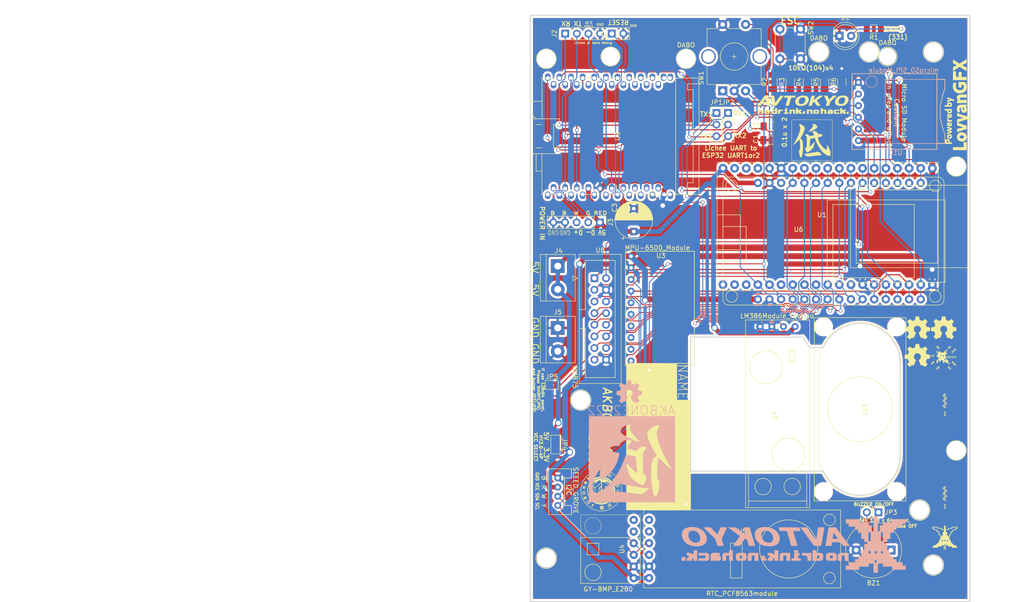
<source format=kicad_pcb>
(kicad_pcb (version 20211014) (generator pcbnew)
  (title_block (date "26 jul 2013"))
  (layers (0 "F.Cu" signal) (31 "B.Cu" signal) (34 "B.Paste" user) (35 "F.Paste" user) (36 "B.SilkS" user "B.Silkscreen") (37 "F.SilkS" user "F.Silkscreen") (38 "B.Mask" user) (39 "F.Mask" user) (44 "Edge.Cuts" user))
  (net 0 "")
  (net 1 "GND")
  (net 2 "+5V")
  (net 3 "+3V3")
  (net 4 "Net-(J1-Pad1)")
  (net 5 "Net-(J2-Pad1)")
  (net 6 "Net-(J3-Pad2)")
  (net 7 "Net-(U5-Pad2)")
  (net 8 "Net-(J2-Pad2)")
  (net 9 "/SW_A")
  (net 10 "/SW_ANALOG")
  (net 11 "/SW_B")
  (net 12 "/EN")
  (net 13 "Net-(J2-Pad3)")
  (net 14 "Net-(J3-Pad3)")
  (net 15 "/TX")
  (net 16 "/RX")
  (net 17 "/LEDCLK")
  (net 18 "/LEDR1")
  (net 19 "/LEDG1")
  (net 20 "/LEDB1")
  (net 21 "/SCLK")
  (net 22 "Net-(U1-Pad16)")
  (net 23 "Net-(U1-Pad17)")
  (net 24 "Net-(U1-Pad18)")
  (net 25 "Net-(U1-Pad20)")
  (net 26 "Net-(U1-Pad21)")
  (net 27 "Net-(U1-Pad22)")
  (net 28 "/CS")
  (net 29 "Net-(U1-Pad25)")
  (net 30 "/LEDOE")
  (net 31 "/LEDLAT")
  (net 32 "/LEDR2")
  (net 33 "/LEDG2")
  (net 34 "/I2C_SCL")
  (net 35 "/I2C_SDA")
  (net 36 "/LEDB2")
  (net 37 "Net-(U3-Pad5)")
  (net 38 "Net-(U3-Pad6)")
  (net 39 "Net-(U3-Pad7)")
  (net 40 "Net-(U3-Pad8)")
  (net 41 "Net-(U3-Pad9)")
  (net 42 "Net-(U3-Pad10)")
  (net 43 "Net-(U4-Pad5)")
  (net 44 "Net-(U4-Pad6)")
  (net 45 "Net-(U5-Pad1)")
  (net 46 "Net-(U7-Pad2)")
  (net 47 "Net-(U9-Pad1)")
  (net 48 "Net-(U9-Pad7)")
  (net 49 "Net-(U9-Pad8)")
  (net 50 "Net-(U9-Pad9)")
  (net 51 "Net-(U9-Pad10)")
  (net 52 "Net-(U9-Pad11)")
  (net 53 "Net-(U9-Pad12)")
  (net 54 "Net-(U9-Pad13)")
  (net 55 "Net-(U9-Pad14)")
  (net 56 "Net-(U9-Pad15)")
  (net 57 "Net-(U9-Pad16)")
  (net 58 "Net-(U9-Pad17)")
  (net 59 "Net-(U9-Pad18)")
  (net 60 "Net-(U9-Pad19)")
  (net 61 "Net-(U9-Pad20)")
  (net 62 "Net-(U9-Pad23)")
  (net 63 "Net-(U9-Pad24)")
  (net 64 "Net-(U9-Pad25)")
  (net 65 "Net-(U9-Pad27)")
  (net 66 "Net-(U9-Pad28)")
  (net 67 "Net-(U9-Pad29)")
  (net 68 "Net-(U9-Pad32)")
  (net 69 "Net-(U9-Pad33)")
  (net 70 "Net-(U9-Pad34)")
  (net 71 "Net-(U9-Pad35)")
  (net 72 "Net-(U9-Pad36)")
  (net 73 "Net-(U9-Pad37)")
  (net 74 "Net-(U9-Pad38)")
  (net 75 "Net-(U9-Pad39)")
  (net 76 "Net-(U9-Pad40)")
  (net 77 "/SDMISO_SMOSI_RX2")
  (net 78 "/SDMOSI_SMISO_TX2")
  (net 79 "Net-(BZ1-Pad1)")
  (net 80 "Net-(D1-Pad2)")
  (net 81 "Net-(R2-Pad2)")
  (net 82 "Net-(JP4-Pad2)")
  (net 83 "/LEDE_BUZZER")
  (net 84 "/LEDD")
  (net 85 "/LEDC")
  (net 86 "/LEDB")
  (net 87 "/LEDA")
  (net 88 "Net-(JP5-Pad2)")
  (footprint "Wire_Pads:SolderWirePad_single_1-2mmDrill" (layer "F.Cu") (at 26.0756 81.8798)
    (fp_text reference "REF**" hide)
    (fp_text value "SolderWirePad_single_1-2mmDrill" hide)
  )
  (footprint "Connector_PinHeader_2.54mm:PinHeader_1x02_P2.54mm_Vertical" (layer "F.Cu") (at 144.78 3 90)
    (fp_text reference "J1")
    (fp_text value "Conn_01x02_RESET")
  )
  (footprint "Connector_PinHeader_2.54mm:PinHeader_1x03_P2.54mm_Vertical" (layer "F.Cu") (at 167.64 20.32)
    (fp_text reference "JP1")
    (fp_text value "Jumper_NC_Dual")
  )
  (footprint "Connector_PinHeader_2.54mm:PinHeader_1x04_P2.54mm_Vertical" (layer "F.Cu") (at 134.62 3 90)
    (fp_text reference "J2")
    (fp_text value "Conn_01x04_Debug")
  )
  (footprint "Rotary_Encoder:RotaryEncoder_Alps_EC11E-Switch_Vertical_H20mm_CircularMountingHoles" (layer "F.Cu") (at 169 15.5 90)
    (fp_text reference "SW1")
    (fp_text value "Rotary_Encoder_Switch")
  )
  (footprint "library:ESP32_DEVKIT_V1" (layer "F.Cu") (at 185.57 48.3 180)
    (fp_text reference "U6")
    (fp_text value "ESP32_DEVKIT_V1")
  )
  (footprint "library:RTC_PCF8563module" (layer "F.Cu") (at 173.25 115.5)
    (fp_text reference "U5")
    (fp_text value "RTC_PCF8563module")
  )
  (footprint "library:GY_BMP_E280" (layer "F.Cu") (at 144.5 115.52 90)
    (fp_text reference "U4")
    (fp_text value "GY-BMP_E280")
  )
  (footprint "library:ESP32_DEVKITC" (layer "F.Cu") (at 190.65 45.1 180)
    (fp_text reference "U1")
    (fp_text value "ESP32_DEVKITC")
  )
  (footprint "MountingHole:MountingHole_3.2mm_M3_DIN965" (layer "F.Cu") (at 130.5 5)
    (fp_text reference "REF**" hide)
    (fp_text value "MountingHole_3.2mm_M3_DIN965" hide)
  )
  (footprint "MountingHole:MountingHole_3.2mm_M3_DIN965" (layer "F.Cu") (at 218 4)
    (fp_text reference "REF**" hide)
    (fp_text value "MountingHole_3.2mm_M3_DIN965" hide)
  )
  (footprint "MountingHole:MountingHole_3.2mm_M3_DIN965" (layer "F.Cu") (at 218 122)
    (fp_text reference "REF**" hide)
    (fp_text value "MountingHole_3.2mm_M3_DIN965" hide)
  )
  (footprint "MountingHole:MountingHole_3.2mm_M3_DIN965" (layer "F.Cu") (at 190 3.5)
    (fp_text reference "REF**" hide)
    (fp_text value "MountingHole_3.2mm_M3_DIN965" hide)
  )
  (footprint "MountingHole:MountingHole_3.2mm_M3_DIN965" (layer "F.Cu") (at 144.5 2)
    (fp_text reference "REF**" hide)
    (fp_text value "MountingHole_3.2mm_M3_DIN965" hide)
  )
  (footprint "MountingHole:MountingHole_3.2mm_M3_DIN965" (layer "F.Cu") (at 127.5 111.5)
    (fp_text reference "REF**" hide)
    (fp_text value "MountingHole_3.2mm_M3_DIN965" hide)
  )
  (footprint "MountingHole:MountingHole_3.2mm_M3_DIN965" (layer "F.Cu") (at 212 103.5)
    (fp_text reference "REF**" hide)
    (fp_text value "MountingHole_3.2mm_M3_DIN965" hide)
  )
  (footprint "MountingHole:MountingHole_3.2mm_M3_DIN965" (layer "F.Cu") (at 217 28.5)
    (fp_text reference "REF**" hide)
    (fp_text value "MountingHole_3.2mm_M3_DIN965" hide)
  )
  (footprint "MountingHole:MountingHole_3.2mm_M3_DIN965" (layer "F.Cu") (at 205 2)
    (fp_text reference "REF**" hide)
    (fp_text value "MountingHole_3.2mm_M3_DIN965" hide)
  )
  (footprint "MountingHole:MountingHole_3.2mm_M3_DIN965" (layer "F.Cu") (at 138 77)
    (fp_text reference "REF**" hide)
    (fp_text value "MountingHole_3.2mm_M3_DIN965" hide)
  )
  (footprint "MountingHole:MountingHole_3.2mm_M3_DIN965" (layer "F.Cu") (at 217 92.5)
    (fp_text reference "REF**" hide)
    (fp_text value "MountingHole_3.2mm_M3_DIN965" hide)
  )
  (footprint "MountingHole:MountingHole_3.2mm_M3_DIN965" (layer "F.Cu") (at 194 1.5)
    (fp_text reference "REF**" hide)
    (fp_text value "MountingHole_3.2mm_M3_DIN965" hide)
  )
  (footprint "MountingHole:MountingHole_3.2mm_M3_DIN965" (layer "F.Cu") (at 161 2.5)
    (fp_text reference "REF**" hide)
    (fp_text value "MountingHole_3.2mm_M3_DIN965" hide)
  )
  (footprint "library:LM386Module_Taobao" (layer "F.Cu") (at 181 86 -90)
    (fp_text reference "U7")
    (fp_text value "LM386Module_Taobao")
  )
  (footprint "TerminalBlock:TerminalBlock_bornier-2_P5.08mm" (layer "F.Cu") (at 133 67.25 -90)
    (fp_text reference "J5")
    (fp_text value "Screw_Terminal_01x02")
  )
  (footprint "TerminalBlock:TerminalBlock_bornier-2_P5.08mm" (layer "F.Cu") (at 133 53.75 -90)
    (fp_text reference "J4")
    (fp_text value "Screw_Terminal_01x02")
  )
  (footprint "Connector_IDC:IDC-Header_2x08_P2.54mm_Vertical" (layer "F.Cu") (at 141 56.4)
    (fp_text reference "U8")
    (fp_text value "HUB75")
  )
  (footprint "Buzzer_Beeper:Buzzer_12x9.5RM7.6" (layer "F.Cu") (at 205.75 115.75 180)
    (fp_text reference "BZ1")
    (fp_text value "Buzzer")
  )
  (footprint "Capacitor_SMD:C_1206_3216Metric_Pad1.33x1.80mm_HandSolder" (layer "F.Cu") (at 179.4375 26.25 180)
    (fp_text reference "C1")
    (fp_text value "0.1uF")
  )
  (footprint "Capacitor_SMD:C_1206_3216Metric_Pad1.33x1.80mm_HandSolder" (layer "F.Cu") (at 179.5 23.25)
    (fp_text reference "C2")
    (fp_text value "0.1uF")
  )
  (footprint "library:Lichee_Pi_Nano" (layer "F.Cu") (at 144.78 25.4 90)
    (fp_text reference "U9")
    (fp_text value "LicheePiNano_1.27")
  )
  (footprint "library:MPU-6500_GY-6500" (layer "F.Cu") (at 155.31 63.02)
    (fp_text reference "U3")
    (fp_text value "MPU-6500_Module")
  )
  (footprint "Button_Switch_THT:SW_PUSH_6mm_H4.3mm" (layer "F.Cu") (at 186 2 -90)
    (fp_text reference "SW2")
    (fp_text value "SW_Push")
  )
  (footprint "library:LOWLEVEL_LOGO_9mm" (layer "F.Cu") (at 188.5 26.25)
    (fp_text reference "G***" hide)
    (fp_text value "LOGO" hide)
  )
  (footprint "library:AKBROBOT_LOGO_9mm" (layer "F.Cu") (at 142.5 102.75 -90)
    (fp_text reference "G***" hide)
    (fp_text value "LOGO" hide)
  )
  (footprint "Jumper:SolderJumper-3_P1.3mm_Bridged12_Pad1.0x1.5mm" (layer "F.Cu") (at 132.5 92.7 90)
    (fp_text reference "JP4")
    (fp_text value "Jumper_NC_Dual")
  )
  (footprint "library:OSHW_LOGL_SYLK_5mm" (layer "F.Cu") (at 217.25 67.25)
    (fp_text reference "OSHW" hide)
    (fp_text value "1.1" hide)
  )
  (footprint "library:OSHW_LOGL_SYLK_5mm" (layer "F.Cu") (at 211.5 67.25)
    (fp_text reference "OSHW" hide)
    (fp_text value "1.1" hide)
  )
  (footprint "library:OSHW_LOGL_SYLK_5mm" (layer "F.Cu") (at 211.5 73.25)
    (fp_text reference "OSHW" hide)
    (fp_text value "1.1" hide)
  )
  (footprint "LED_THT:LED_D5.0mm" (layer "F.Cu") (at 194.5 3.5)
    (fp_text reference "D1")
    (fp_text value "LED")
  )
  (footprint "Connector_PinHeader_2.54mm:PinHeader_1x02_P2.54mm_Vertical" (layer "F.Cu") (at 203 107.5 -90)
    (fp_text reference "JP3")
    (fp_text value "Jumper")
  )
  (footprint "Resistor_SMD:R_1206_3216Metric_Pad1.30x1.75mm_HandSolder" (layer "F.Cu") (at 202 2 180)
    (fp_text reference "R1")
    (fp_text value "330")
  )
  (footprint "library:Seeedstudio_Grove_110990030_Vertical_4pin_2mmpitch" (layer "F.Cu") (at 133 103 -90)
    (fp_text reference "U2" hide)
    (fp_text value "SEEED_GROVE")
  )
  (footprint "Capacitor_THT:CP_Radial_D8.0mm_P5.00mm" (layer "F.Cu") (at 149.6 46.2 90)
    (fp_text reference "C3")
    (fp_text value "330uF")
  )
  (footprint "library:Speaker_Oval_2040" (layer "F.Cu") (at 199 85 90)
    (fp_text reference "LS1")
    (fp_text value "Speaker")
  )
  (footprint "Connector_PinHeader_2.54mm:PinHeader_1x05_P2.54mm_Vertical" (layer "F.Cu") (at 142.2 44.2 -90)
    (fp_text reference "J3")
    (fp_text value "Conn_01x05_POWER_IN")
  )
  (footprint "Connector_PinHeader_2.54mm:PinHeader_1x03_P2.54mm_Vertical" (layer "F.Cu") (at 170.18 20.32)
    (fp_text reference "JP2")
    (fp_text value "Jumper_NC_Dual")
  )
  (footprint "library:AVTOKYO-COPY-20mm" (layer "F.Cu") (at 186.5 18.5)
    (fp_text reference "G***" hide)
    (fp_text value "LOGO" hide)
  )
  (footprint "Resistor_SMD:R_1206_3216Metric_Pad1.30x1.75mm_HandSolder" (layer "F.Cu") (at 180 13.55 90)
    (fp_text reference "R2")
    (fp_text value "10k")
  )
  (footprint "Resistor_SMD:R_1206_3216Metric_Pad1.30x1.75mm_HandSolder" (layer "F.Cu") (at 183.75 13.55 90)
    (fp_text reference "R3")
    (fp_text value "10k")
  )
  (footprint "Resistor_SMD:R_1206_3216Metric_Pad1.30x1.75mm_HandSolder" (layer "F.Cu") (at 191.25 13.55 90)
    (fp_text reference "R5")
    (fp_text value "10k")
  )
  (footprint "library:AVTOKYO-SHOOT-2-size2" (layer "F.Cu") (at 217.5 104.25)
    (fp_text reference "G***" hide)
    (fp_text value "LOGO" hide)
  )
  (footprint "library:AVTOKYO-SHOOT-3-size2" (layer "F.Cu") (at 217.25 73.75)
    (fp_text reference "G***" hide)
    (fp_text value "LOGO" hide)
  )
  (footprint "library:AVTOKYO-SHOOT-1-size2" (layer "F.Cu") (at 217.5 113)
    (fp_text reference "G***" hide)
    (fp_text value "LOGO" hide)
  )
  (footprint "library:AVTOKYO-SHOOT-2-size2" (layer "F.Cu") (at 217.5 84)
    (fp_text reference "G***" hide)
    (fp_text value "LOGO" hide)
  )
  (footprint "Resistor_SMD:R_1206_3216Metric_Pad1.30x1.75mm_HandSolder" (layer "F.Cu") (at 195 13.55 90)
    (fp_text reference "R6")
    (fp_text value "10k")
  )
  (footprint "Resistor_SMD:R_1206_3216Metric_Pad1.30x1.75mm_HandSolder" (layer "F.Cu") (at 187.5 13.55 90)
    (fp_text reference "R4")
    (fp_text value "10k")
  )
  (footprint "Jumper:SolderJumper-2_P1.3mm_Open_TrianglePad1.0x1.5mm" (layer "F.Cu") (at 131.7 79.7)
    (fp_text reference "JP5")
    (fp_text value "Jumper")
  )
  (footprint "library:LovyanGFX-Logo-20mm" (layer "F.Cu") (at 220.3 18.5 90)
    (fp_text reference "G***" hide)
    (fp_text value "LOGO" hide)
  )
  (footprint "Wire_Pads:SolderWirePad_single_1-2mmDrill" (layer "F.Cu") (at 26.8006 117.2798)
    (fp_text reference "REF**" hide)
    (fp_text value "SolderWirePad_single_1-2mmDrill" hide)
  )
  (footprint "library:microSD_module_LCTechInc" (layer "B.Cu") (at 206.5 20)
    (fp_text reference "U10")
    (fp_text value "microSD_SPI_Module")
  )
  (footprint "library:OSHW_LOGL_SYLK_5mm" (layer "B.Cu") (at 148.6 81.2 180)
    (fp_text reference "OSHW" hide)
    (fp_text value "1.1" hide)
  )
  (footprint "library:lowlevel_logo" (layer "B.Cu") (at 149.2 95.9 180)
    (fp_text reference "G***" hide)
    (fp_text value "LOGO" hide)
  )
  (footprint "library:AVTOKYO_LOGO_W_COPY_50mm" (layer "B.Cu") (at 184.5 114.5 180)
    (fp_text reference "G***" hide)
    (fp_text value "LOGO" hide)
  )
  (gr_line (start 197.25 28.25) (end 197.25 11.75) (layer "F.SilkS") (width 0.15))
  (gr_line (start 217 16.5) (end 216.5 18.75) (layer "F.SilkS") (width 0.15))
  (gr_poly (pts (xy 159 83) (xy 162 83) (xy 162 107) (xy 148 107) (xy 148 74.95) (xy 159 75)) (layer "F.SilkS") (width 0.1) (fill solid))
  (gr_line (start 215.75 28.25) (end 197.25 28.25) (layer "F.SilkS") (width 0.15))
  (gr_line (start 197.25 11.75) (end 215.75 11.75) (layer "F.SilkS") (width 0.15))
  (gr_line (start 217 23.5) (end 217.5 25) (layer "F.SilkS") (width 0.15))
  (gr_circle (center 212 107) (end 214 108) (layer "F.SilkS") (width 0.15) (fill none))
  (gr_circle (center 138 83) (end 140 84) (layer "F.SilkS") (width 0.15) (fill none))
  (gr_line (start 215.75 11.75) (end 215.75 28.25) (layer "F.SilkS") (width 0.15))
  (gr_line (start 217.5 13) (end 217.5 15) (layer "F.SilkS") (width 0.15))
  (gr_circle (center 201 7) (end 203 8) (layer "F.SilkS") (width 0.15) (fill none))
  (gr_line (start 217.5 15) (end 217 16.5) (layer "F.SilkS") (width 0.15))
  (gr_circle (center 215 7) (end 217 8) (layer "F.SilkS") (width 0.15) (fill none))
  (gr_circle (center 220 32) (end 221.5 33.5) (layer "F.SilkS") (width 0.15) (fill none))
  (gr_circle (center 190 7) (end 192 8) (layer "F.SilkS") (width 0.15) (fill none))
  (gr_line (start 217.5 25) (end 217.5 27) (layer "F.SilkS") (width 0.15))
  (gr_line (start 217.5 27) (end 215.75 27) (layer "F.SilkS") (width 0.15))
  (gr_circle (center 144.5 8) (end 146.5 8.5) (layer "F.SilkS") (width 0.15) (fill none))
  (gr_line (start 216.5 21.5) (end 217 23.5) (layer "F.SilkS") (width 0.15))
  (gr_circle (center 161 8.5) (end 162.5 10) (layer "F.SilkS") (width 0.15) (fill none))
  (gr_circle (center 130.5 8.5) (end 132 10) (layer "F.SilkS") (width 0.15) (fill none))
  (gr_line (start 215.75 13) (end 217.5 13) (layer "F.SilkS") (width 0.15))
  (gr_line (start 216.5 18.75) (end 216.5 21.5) (layer "F.SilkS") (width 0.15))
  (gr_circle (center 130.5 117.5) (end 132.5 118.5) (layer "F.SilkS") (width 0.15) (fill none))
  (gr_circle (center 220 94) (end 221.5 95.5) (layer "F.SilkS") (width 0.15) (fill none))
  (gr_circle (center 205 8) (end 207 8.5) (layer "F.SilkS") (width 0.15) (fill none))
  (gr_circle (center 215 119) (end 217 120) (layer "F.SilkS") (width 0.15) (fill none))
  (gr_line (start 159 75) (end 162 75) (layer "F.SilkS") (width 0.15))
  (gr_line (start 127 127) (end 127 -1) (layer "Edge.Cuts") (width 0.2))
  (gr_line (start 162 69.25) (end 186.5 69.25) (layer "Edge.Cuts") (width 0.2))
  (gr_line (start 188 71.5) (end 191 71.5) (layer "Edge.Cuts") (width 0.2))
  (gr_line (start 191.006477 71.441054) (end 191 71.5) (layer "Edge.Cuts") (width 0.2))
  (gr_line (start 191.006477 98.558946) (end 191 98.5) (layer "Edge.Cuts") (width 0.2))
  (gr_arc (start 207.75 95) (mid 200.819227 103.558791) (end 191.006477 98.558946) (layer "Edge.Cuts") (width 0.2))
  (gr_line (start 223 127) (end 127 127) (layer "Edge.Cuts") (width 0.2))
  (gr_line (start 186.5 69.25) (end 188 71.5) (layer "Edge.Cuts") (width 0.2))
  (gr_line (start 207.75357 95.000001) (end 207.75 75) (layer "Edge.Cuts") (width 0.2))
  (gr_line (start 162 98.5) (end 162 69.25) (layer "Edge.Cuts") (width 0.2))
  (gr_arc (start 191.006477 71.441054) (mid 200.819227 66.441208) (end 207.75 75) (layer "Edge.Cuts") (width 0.2))
  (gr_line (start 223 -1) (end 223 127) (layer "Edge.Cuts") (width 0.2))
  (gr_line (start 127 -1) (end 223 -1) (layer "Edge.Cuts") (width 0.2))
  (gr_line (start 191 98.5) (end 162 98.5) (layer "Edge.Cuts") (width 0.2))
  (gr_text "AKBONE2022" (at 149 85.3) (layer "B.SilkS") (effects (font (size 2 2)) (justify mirror)))
  (gr_text "RX1\n\n\nRX2" (at 172.72 22.86) (layer "F.SilkS") (effects (font (size 1 1) (thickness 0.2))))
  (gr_text "RESET" (at 146.25 0.5 180) (layer "F.SilkS") (effects (font (size 1 1) (thickness 0.2))))
  (gr_text "GND" (at 149.5 1.25 180) (layer "F.SilkS") (effects (font (size 0.5 0.5) (thickness 0.1))))
  (gr_text "GND" (at 142.25 1 180) (layer "F.SilkS") (effects (font (size 0.5 0.5) (thickness 0.1))))
  (gr_text "Linux\n3.3V" (at 139.75 1 180) (layer "F.SilkS") (effects (font (size 0.5 0.5) (thickness 0.1))))
  (gr_text "TX RX" (at 136 0.75 180) (layer "F.SilkS") (effects (font (size 1 1) (thickness 0.2))))
  (gr_text "Lichee pi nano debug" (at 140.75 5) (layer "F.SilkS") (effects (font (size 0.5 0.5) (thickness 0.1))))
  (gr_text "0.1u x 2" (at 182.5 24.5 90) (layer "F.SilkS") (effects (font (size 1 1) (thickness 0.2))))
  (gr_text "(331)" (at 207.25 3.75) (layer "F.SilkS") (effects (font (size 1 1) (thickness 0.2))))
  (gr_text "POWER IN" (at 129.6 44.4 270) (layer "F.SilkS") (effects (font (size 1 1) (thickness 0.2))))
  (gr_text "5V D- D+ " (at 139.6 46.4 180) (layer "F.SilkS") (effects (font (size 1 0.9) (thickness 0.2))))
  (gr_text "GND" (at 134.6 46.4 180) (layer "F.SilkS") (effects (font (size 1 0.8) (thickness 0.1))))
  (gr_text "GND" (at 132 46.4 180) (layer "F.SilkS") (effects (font (size 1 0.8) (thickness 0.1))))
  (gr_text "I2C" (at 135.4 102.6 -90) (layer "F.SilkS") (effects (font (size 1 1) (thickness 0.2))))
  (gr_text "5V  5V" (at 128 56.5 -90) (layer "F.SilkS") (effects (font (size 1.5 1.5) (thickness 0.2))))
  (gr_text "GND GND" (at 128 70 -90) (layer "F.SilkS") (effects (font (size 1.5 1.5) (thickness 0.2))))
  (gr_text "HY2.0-4P\nVCC SELECT" (at 128.75 93.25 -90) (layer "F.SilkS") (effects (font (size 0.7 0.7) (thickness 0.175))))
  (gr_text "Lichee UART to\nESP32 UART1or2" (at 170.8 28.8) (layer "F.SilkS") (effects (font (size 1 1) (thickness 0.2))))
  (gr_text "330Ω" (at 206 2) (layer "F.SilkS") (effects (font (size 1 1) (thickness 0.2))))
  (gr_text "when 128 x 64 panel," (at 204 109.25) (layer "F.SilkS") (effects (font (size 0.7 0.7) (thickness 0.175))))
  (gr_text "Please OFF" (at 208.5 110.5) (layer "F.SilkS") (effects (font (size 0.7 0.7) (thickness 0.175))))
  (gr_text "GND VCC SDA SCL" (at 128.5 102.9 -90) (layer "F.SilkS") (effects (font (size 0.7 0.6))))
  (gr_text "DABO" (at 161 5.5) (layer "F.SilkS") (effects (font (size 1 1))))
  (gr_text "BUZZER ON/OFF" (at 202 105.75) (layer "F.SilkS") (effects (font (size 0.7 0.7) (thickness 0.175))))
  (gr_text "Micro SD Module\nCaution!\nTurn over and attach." (at 207 20.25 -90) (layer "F.SilkS") (effects (font (size 1 1))))
  (gr_text "If use 128x64 panel,\nPlease SHORT(JP5)\nand buzzer OFF(JP3)" (at 128.8 80.8 -90) (layer "F.SilkS") (effects (font (size 0.6 0.6))))
  (gr_text " B  B  W  G RED" (at 137.2 42.2) (layer "F.SilkS") (effects (font (size 0.8 1) (thickness 0.175))))
  (gr_text "5V  3.3V" (at 130.5 93.25 -90) (layer "F.SilkS") (effects (font (size 1 1) (thickness 0.2))))
  (gr_text "DABO" (at 190 4) (layer "F.SilkS") (effects (font (size 1 1))))
  (gr_text "10kΩ(104)x4" (at 188.25 10.5) (layer "F.SilkS") (effects (font (size 1 1) (thickness 0.2))))
  (gr_text "AKBONE2022\nBeta1" (at 142.25 98.75 -90) (layer "F.SilkS") (effects (font (size 1.9 1.9) (thickness 0.3) italic) (justify right)))
  (gr_text "TX1\n\n\nTX2" (at 165.4 23) (layer "F.SilkS") (effects (font (size 1 1) (thickness 0.2))))
  (gr_text "DABO" (at 205 5) (layer "F.SilkS") (effects (font (size 1 1))))
  (gr_text "ESC" (at 183.8 0.2) (layer "F.SilkS") (effects (font (size 1.5 1.5) (thickness 0.3))))
  (gr_text "NAME" (at 160.25 79 -90) (layer "F.SilkS") (effects (font (size 2 2))))
  (segment (start 195 10.613388) (end 195 10.613388) (width 0.2032) (layer "F.Cu") (net 1))
  (segment (start 142.24 36.83) (end 142.421301 36.83) (width 1.27) (layer "F.Cu") (net 1))
  (segment (start 150.433689 35.04499) (end 150.54871 35.160011) (width 1.27) (layer "F.Cu") (net 1))
  (segment (start 149.286311 35.04499) (end 150.433689 35.04499) (width 1.27) (layer "F.Cu") (net 1))
  (segment (start 149.17129 35.160011) (end 149.286311 35.04499) (width 1.27) (layer "F.Cu") (net 1))
  (segment (start 142.421301 36.83) (end 144.206311 35.04499) (width 1.27) (layer "F.Cu") (net 1))
  (segment (start 150.54871 35.160011) (end 151.71129 35.160011) (width 1.27) (layer "F.Cu") (net 1))
  (segment (start 147.893689 35.04499) (end 148.00871 35.160011) (width 1.27) (layer "F.Cu") (net 1))
  (segment (start 154.25129 35.160011) (end 154.366311 35.04499) (width 1.27) (layer "F.Cu") (net 1))
  (segment (start 150.288158 41.2) (end 150.951139 40.537019) (width 1.016) (layer "F.Cu") (net 1))
  (segment (start 144.206311 35.04499) (end 145.353689 35.04499) (width 1.27) (layer "F.Cu") (net 1))
  (segment (start 195 12) (end 195 10.613388) (width 0.2032) (layer "F.Cu") (net 1))
  (segment (start 148.00871 35.160011) (end 149.17129 35.160011) (width 1.27) (layer "F.Cu") (net 1))
  (segment (start 145.46871 35.160011) (end 146.63129 35.160011) (width 1.27) (layer "F.Cu") (net 1))
  (segment (start 214.75 54.25) (end 214.75 54.5) (width 1.016) (layer "F.Cu") (net 1))
  (segment (start 149.6 41.2) (end 150.288158 41.2) (width 1.016) (layer "F.Cu") (net 1))
  (segment (start 145.353689 35.04499) (end 145.46871 35.160011) (width 1.27) (layer "F.Cu") (net 1))
  (segment (start 156.21 37.09) (end 156.7 36.6) (width 1.016) (layer "F.Cu") (net 1))
  (segment (start 150.951139 40.537019) (end 155.923795 40.537019) (width 1.016) (layer "F.Cu") (net 1))
  (segment (start 154.366311 35.04499) (end 155.513689 35.04499) (width 1.27) (layer "F.Cu") (net 1))
  (segment (start 199 53.75) (end 214.25 53.75) (width 1.016) (layer "F.Cu") (net 1))
  (segment (start 153.08871 35.160011) (end 154.25129 35.160011) (width 1.27) (layer "F.Cu") (net 1))
  (segment (start 146.746311 35.04499) (end 147.893689 35.04499) (width 1.27) (layer "F.Cu") (net 1))
  (segment (start 146.63129 35.160011) (end 146.746311 35.04499) (width 1.27) (layer "F.Cu") (net 1))
  (segment (start 156.21 38.1) (end 156.21 37.09) (width 1.016) (layer "F.Cu") (net 1))
  (segment (start 151.71129 35.160011) (end 151.826311 35.04499) (width 1.27) (layer "F.Cu") (net 1))
  (segment (start 151.826311 35.04499) (end 152.973689 35.04499) (width 1.27) (layer "F.Cu") (net 1))
  (segment (start 152.973689 35.04499) (end 153.08871 35.160011) (width 1.27) (layer "F.Cu") (net 1))
  (segment (start 156.7 36.231301) (end 156.7 36.6) (width 1.27) (layer "F.Cu") (net 1))
  (segment (start 155.513689 35.04499) (end 156.7 36.231301) (width 1.27) (layer "F.Cu") (net 1))
  (segment (start 214.25 53.75) (end 214.75 54.25) (width 1.016) (layer "F.Cu") (net 1))
  (via (at 195 10.613388) (size 0.8) (drill 0.6) (layers "F.Cu" "B.Cu") (net 1))
  (via (at 199 53.75) (size 1.39954) (drill 1.00076) (layers "F.Cu" "B.Cu") (net 1))
  (via (at 214.75 54.5) (size 1.39954) (drill 1.00076) (layers "F.Cu" "B.Cu") (net 1))
  (via (at 155.923795 40.537019) (size 1.39954) (drill 1.00076) (layers "F.Cu" "B.Cu") (net 1))
  (segment (start 199 54.17) (end 199 53.75) (width 1.016) (layer "B.Cu") (net 1))
  (segment (start 214.75 57.77) (end 214.78 57.8) (width 1.016) (layer "B.Cu") (net 1))
  (segment (start 156.21 38.1) (end 155.923795 38.386205) (width 1.016) (layer "B.Cu") (net 1))
  (segment (start 214.75 54.5) (end 214.75 57.77) (width 1.016) (layer "B.Cu") (net 1))
  (segment (start 195 10.613388) (end 195.593388 10.613388) (width 0.508) (layer "B.Cu") (net 1))
  (segment (start 176.5 67) (end 177.116001 67.616001) (width 0.508) (layer "B.Cu") (net 1))
  (segment (start 155.923795 38.386205) (end 155.923795 40.537019) (width 1.016) (layer "B.Cu") (net 1))
  (segment (start 179.22 61) (end 177 63.22) (width 1.016) (layer "B.Cu") (net 1))
  (segment (start 177 63.22) (end 177 66.5) (width 1.016) (layer "B.Cu") (net 1))
  (segment (start 199.54 57.8) (end 199.54 54.71) (width 1.016) (layer "B.Cu") (net 1))
  (segment (start 195.593388 10.613388) (end 198.63 13.65) (width 0.508) (layer "B.Cu") (net 1))
  (segment (start 199.54 54.71) (end 199 54.17) (width 1.016) (layer "B.Cu") (net 1))
  (segment (start 167.25 67.25) (end 167.25 67.25) (width 1.016) (layer "F.Cu") (net 2))
  (segment (start 184.81 66.95) (end 183.50801 68.25199) (width 1.016) (layer "F.Cu") (net 2))
  (segment (start 142.2 44.2) (end 142.2 44.55) (width 1.016) (layer "F.Cu") (net 2))
  (segment (start 172.26 35.6) (end 169.06 32.4) (width 1.016) (layer "F.Cu") (net 2))
  (segment (start 176.68 35.6) (end 172.26 35.6) (width 1.016) (layer "F.Cu") (net 2))
  (segment (start 183.389999 68.370001) (end 168.370001 68.370001) (width 1.016) (layer "F.Cu") (net 2))
  (segment (start 141 40.309094) (end 141 43) (width 1.016) (layer "F.Cu") (net 2))
  (segment (start 183.50801 68.25199) (end 183.389999 68.370001) (width 1.016) (layer "F.Cu") (net 2))
  (segment (start 139.7 36.83) (end 139.7 39.009094) (width 1.016) (layer "F.Cu") (net 2))
  (segment (start 141 43) (end 142.2 44.2) (width 1.016) (layer "F.Cu") (net 2))
  (segment (start 168.370001 68.370001) (end 167.25 67.25) (width 1.016) (layer "F.Cu") (net 2))
  (segment (start 149.6 46.2) (end 144.2 46.2) (width 1.016) (layer "F.Cu") (net 2))
  (segment (start 144.2 46.2) (end 142.2 44.2) (width 1.016) (layer "F.Cu") (net 2))
  (segment (start 132.5 88.61522) (end 133.11522 88) (width 0.508) (layer "F.Cu") (net 2))
  (segment (start 142.2 44.55) (end 133 53.75) (width 1.016) (layer "F.Cu") (net 2))
  (segment (start 132.5 91.4) (end 132.5 88.61522) (width 0.508) (layer "F.Cu") (net 2))
  (segment (start 139.7 39.009094) (end 141 40.309094) (width 1.016) (layer "F.Cu") (net 2))
  (via (at 133.11522 88) (size 1.39954) (drill 1.00076) (layers "F.Cu" "B.Cu") (net 2))
  (via (at 167.25 67.25) (size 1.39954) (drill 1.00076) (layers "F.Cu" "B.Cu") (net 2))
  (segment (start 167 34.46) (end 167 35.75) (width 1.016) (layer "B.Cu") (net 2))
  (segment (start 165.565842 35.75) (end 155.115842 46.2) (width 1.016) (layer "B.Cu") (net 2))
  (segment (start 135.5 61.33) (end 135.5 75.25) (width 1.016) (layer "B.Cu") (net 2))
  (segment (start 155.115842 46.2) (end 149.6 46.2) (width 1.016) (layer "B.Cu") (net 2))
  (segment (start 167 35.75) (end 165.565842 35.75) (width 1.016) (layer "B.Cu") (net 2))
  (segment (start 133.11522 77.63478) (end 133.11522 88) (width 1.016) (layer "B.Cu") (net 2))
  (segment (start 167 35.75) (end 167 67) (width 1.016) (layer "B.Cu") (net 2))
  (segment (start 135.5 75.25) (end 133.11522 77.63478) (width 1.016) (layer "B.Cu") (net 2))
  (segment (start 167 67) (end 167.25 67.25) (width 1.016) (layer "B.Cu") (net 2))
  (segment (start 133 53.75) (end 133 58.83) (width 1.016) (layer "B.Cu") (net 2))
  (segment (start 169.06 32.4) (end 167 34.46) (width 1.016) (layer "B.Cu") (net 2))
  (segment (start 133 58.83) (end 135.5 61.33) (width 1.016) (layer "B.Cu") (net 2))
  (segment (start 196.9 16.6) (end 196.9 13.090438) (width 1.27) (layer "F.Cu") (net 3))
  (segment (start 206.35 19.080438) (end 206.35 26.35) (width 1.27) (layer "F.Cu") (net 3))
  (segment (start 187.5 15.1) (end 187.5 16.6) (width 0.2032) (layer "F.Cu") (net 3))
  (segment (start 214.1 26.35) (end 214.78 27.03) (width 1.27) (layer "F.Cu") (net 3))
  (segment (start 134.5 95.5) (end 135.614999 94.385001) (width 0.508) (layer "F.Cu") (net 3))
  (segment (start 132.5 95.25) (end 132.75 95.5) (width 0.508) (layer "F.Cu") (net 3))
  (segment (start 193.5 17) (end 196.5 17) (width 1.27) (layer "F.Cu") (net 3))
  (segment (start 159.068802 49.314998) (end 161.343804 51.59) (width 1.27) (layer "F.Cu") (net 3))
  (segment (start 191.25 16.75) (end 191.5 17) (width 0.2032) (layer "F.Cu") (net 3))
  (segment (start 198.769562 11.5) (end 206.35 19.080438) (width 1.27) (layer "F.Cu") (net 3))
  (segment (start 187.5 16.6) (end 187.1 17) (width 0.2032) (layer "F.Cu") (net 3))
  (segment (start 196.5 17) (end 196.9 16.6) (width 1.27) (layer "F.Cu") (net 3))
  (segment (start 183.75 16.95) (end 183.8 17) (width 0.2032) (layer "F.Cu") (net 3))
  (segment (start 189.75 17) (end 191.5 17) (width 1.016) (layer "F.Cu") (net 3))
  (segment (start 214.78 27.03) (end 214.78 32.4) (width 1.27) (layer "F.Cu") (net 3))
  (segment (start 214.78 50.9) (end 214.78 32.4) (width 1.27) (layer "F.Cu") (net 3))
  (segment (start 196.9 13.090438) (end 198.490438 11.5) (width 1.27) (layer "F.Cu") (net 3))
  (segment (start 132.5 94) (end 132.5 95.25) (width 0.508) (layer "F.Cu") (net 3))
  (segment (start 161.343804 51.59) (end 214.09 51.59) (width 1.27) (layer "F.Cu") (net 3))
  (segment (start 191.25 15.1) (end 191.25 16.75) (width 0.2032) (layer "F.Cu") (net 3))
  (segment (start 198.490438 11.5) (end 198.769562 11.5) (width 1.27) (layer "F.Cu") (net 3))
  (segment (start 151.275002 49.314998) (end 159.068802 49.314998) (width 1.27) (layer "F.Cu") (net 3))
  (segment (start 183.75 15.1) (end 183.75 16.95) (width 0.2032) (layer "F.Cu") (net 3))
  (segment (start 149 51.59) (end 139.41 51.59) (width 1.27) (layer "F.Cu") (net 3))
  (segment (start 176.68 61) (end 152.29862 61) (width 1.27) (layer "F.Cu") (net 3))
  (segment (start 206.35 26.35) (end 214.1 26.35) (width 1.27) (layer "F.Cu") (net 3))
  (segment (start 198.63 26.35) (end 206.35 26.35) (width 1.27) (layer "F.Cu") (net 3))
  (segment (start 132.75 95.5) (end 134.5 95.5) (width 0.508) (layer "F.Cu") (net 3))
  (segment (start 187.1 17) (end 189.75 17) (width 1.016) (layer "F.Cu") (net 3))
  (segment (start 139.41 51.59) (end 137.75 53.25) (width 1.27) (layer "F.Cu") (net 3))
  (segment (start 152.29862 61) (end 152.04862 61.25) (width 1.27) (layer "F.Cu") (net 3))
  (segment (start 191.5 17) (end 193.5 17) (width 1.016) (layer "F.Cu") (net 3))
  (segment (start 149 51.59) (end 151.275002 49.314998) (width 1.27) (layer "F.Cu") (net 3))
  (segment (start 183.8 17) (end 187.1 17) (width 1.016) (layer "F.Cu") (net 3))
  (segment (start 214.09 51.59) (end 214.78 50.9) (width 1.27) (layer "F.Cu") (net 3))
  (via (at 152.04862 61.25) (size 1.39954) (drill 1.00076) (layers "F.Cu" "B.Cu") (net 3))
  (via (at 135.614999 94.385001) (size 1.39954) (drill 1.00076) (layers "F.Cu" "B.Cu") (net 3))
  (via (at 137.75 53.25) (size 1.39954) (drill 1.00076) (layers "F.Cu" "B.Cu") (net 3))
  (segment (start 135.614999 94.385001) (end 135.614999 94.463594) (width 1.27) (layer "B.Cu") (net 3))
  (segment (start 145.06 117.35) (end 149.58 121.87) (width 1.016) (layer "B.Cu") (net 3))
  (segment (start 134.6 93.370002) (end 135.614999 94.385001) (width 1.27) (layer "B.Cu") (net 3))
  (segment (start 134.6 80.7) (end 134.6 93.370002) (width 1.27) (layer "B.Cu") (net 3))
  (segment (start 149.58 121.87) (end 152.91 121.87) (width 1.016) (layer "B.Cu") (net 3))
  (segment (start 137.75 53.25) (end 137.75 77.55) (width 1.27) (layer "B.Cu") (net 3))
  (segment (start 149 51.59) (end 152.04862 54.63862) (width 1.27) (layer "B.Cu") (net 3))
  (segment (start 135.614999 94.385001) (end 131.25 98.75) (width 1.016) (layer "B.Cu") (net 3))
  (segment (start 131.25 106.521802) (end 131.25 106) (width 1.016) (layer "B.Cu") (net 3))
  (segment (start 131.25 106.521802) (end 142.078198 117.35) (width 1.27) (layer "B.Cu") (net 3))
  (segment (start 131.25 98.75) (end 131.25 106) (width 1.016) (layer "B.Cu") (net 3))
  (segment (start 142.078198 117.35) (end 145.06 117.35) (width 1.016) (layer "B.Cu") (net 3))
  (segment (start 137.75 77.55) (end 134.6 80.7) (width 1.27) (layer "B.Cu") (net 3))
  (segment (start 152.91 121.87) (end 152.93 121.85) (width 1.016) (layer "B.Cu") (net 3))
  (segment (start 152.04862 54.63862) (end 152.04862 61.25) (width 1.27) (layer "B.Cu") (net 3))
  (segment (start 131.25 106) (end 131.25 103.75) (width 1.016) (layer "B.Cu") (net 3))
  (segment (start 145.63161 33.095994) (end 145.63161 37.314032) (width 0.2032) (layer "B.Cu") (net 4))
  (segment (start 147.75 5.97) (end 147.75 9.795642) (width 0.2032) (layer "B.Cu") (net 4))
  (segment (start 144.78 3) (end 147.75 5.97) (width 0.2032) (layer "B.Cu") (net 4))
  (segment (start 146.90161 10.644032) (end 146.90161 13.184032) (width 0.2032) (layer "B.Cu") (net 4))
  (segment (start 145.63161 37.314032) (end 144.845642 38.1) (width 0.2032) (layer "B.Cu") (net 4))
  (segment (start 146.90161 13.184032) (end 145.63161 14.454032) (width 0.2032) (layer "B.Cu") (net 4))
  (segment (start 145.598385 33.062769) (end 145.63161 33.095994) (width 0.2032) (layer "B.Cu") (net 4))
  (segment (start 147.75 9.795642) (end 146.90161 10.644032) (width 0.2032) (layer "B.Cu") (net 4))
  (segment (start 145.63161 14.454032) (end 145.63161 32.404006) (width 0.2032) (layer "B.Cu") (net 4))
  (segment (start 144.845642 38.1) (end 143.51 38.1) (width 0.2032) (layer "B.Cu") (net 4))
  (segment (start 145.598385 32.437231) (end 145.598385 33.062769) (width 0.2032) (layer "B.Cu") (net 4))
  (segment (start 145.63161 32.404006) (end 145.598385 32.437231) (width 0.2032) (layer "B.Cu") (net 4))
  (segment (start 137.16 24.09) (end 137.16 24.13) (width 0.25) (layer "F.Cu") (net 5))
  (segment (start 137.16 23.14) (end 137.16 24.09) (width 0.25) (layer "F.Cu") (net 5))
  (segment (start 137.3 23) (end 133.34839 23) (width 0.2032) (layer "F.Cu") (net 5))
  (segment (start 137.3 23) (end 168 23) (width 0.25) (layer "F.Cu") (net 5))
  (segment (start 137.3 23) (end 137.16 23.14) (width 0.25) (layer "F.Cu") (net 5))
  (via (at 137.16 24.09) (size 0.8) (drill 0.6) (layers "F.Cu" "B.Cu") (net 5))
  (via (at 133.34839 23) (size 0.8) (drill 0.6) (layers "F.Cu" "B.Cu") (net 5))
  (segment (start 133.35 22.95) (end 133.34839 22.95161) (width 0.2032) (layer "B.Cu") (net 5))
  (segment (start 133.35 14.002549) (end 133.35 22.95) (width 0.25) (layer "B.Cu") (net 5))
  (segment (start 133.34839 22.95161) (end 133.34839 23) (width 0.2032) (layer "B.Cu") (net 5))
  (segment (start 134.62 3) (end 134.62 12.732549) (width 0.25) (layer "B.Cu") (net 5))
  (segment (start 137.16 36.83) (end 137.16 24.13) (width 0.25) (layer "B.Cu") (net 5))
  (segment (start 134.62 12.732549) (end 133.35 14.002549) (width 0.25) (layer "B.Cu") (net 5))
  (segment (start 130.81 38.1) (end 132.112549 38.1) (width 0.25) (layer "B.Cu") (net 6))
  (segment (start 132.112549 38.1) (end 132.987559 37.22499) (width 0.25) (layer "B.Cu") (net 6))
  (segment (start 134.22501 37.737559) (end 134.22501 38.039368) (width 0.2032) (layer "B.Cu") (net 6))
  (segment (start 134.22501 38.039368) (end 139.66 43.474358) (width 0.2032) (layer "B.Cu") (net 6))
  (segment (start 133.712441 37.22499) (end 134.22501 37.737559) (width 0.25) (layer "B.Cu") (net 6))
  (segment (start 132.987559 37.22499) (end 133.712441 37.22499) (width 0.25) (layer "B.Cu") (net 6))
  (segment (start 139.66 43.474358) (end 139.66 44.2) (width 0.2032) (layer "B.Cu") (net 6))
  (segment (start 159.116369 25.25) (end 160.381368 23.985001) (width 0.25) (layer "F.Cu") (net 8))
  (segment (start 148.094018 25.000001) (end 148.344017 25.25) (width 0.25) (layer "F.Cu") (net 8))
  (segment (start 134.75 25.25) (end 134.999999 25.000001) (width 0.25) (layer "F.Cu") (net 8))
  (segment (start 134.999999 25.000001) (end 148.094018 25.000001) (width 0.25) (layer "F.Cu") (net 8))
  (segment (start 148.344017 25.25) (end 159.116369 25.25) (width 0.25) (layer "F.Cu") (net 8))
  (segment (start 160.381368 23.985001) (end 169.054999 23.985001) (width 0.25) (layer "F.Cu") (net 8))
  (segment (start 169.054999 23.985001) (end 170.18 22.86) (width 0.25) (layer "F.Cu") (net 8))
  (via (at 134.75 25.25) (size 0.8) (drill 0.6) (layers "F.Cu" "B.Cu") (net 8))
  (segment (start 134.75 25.25) (end 134.75 25.25) (width 0.25) (layer "B.Cu") (net 8))
  (segment (start 136.266611 13.625938) (end 136.26661 14.958388) (width 0.25) (layer "B.Cu") (net 8))
  (segment (start 134.62 25.38) (end 134.75 25.25) (width 0.2032) (layer "B.Cu") (net 8))
  (segment (start 134.676611 25.323389) (end 134.75 25.25) (width 0.25) (layer "B.Cu") (net 8))
  (segment (start 136.26661 14.958388) (end 134.676611 16.548387) (width 0.25) (layer "B.Cu") (net 8))
  (segment (start 134.62 36.83) (end 134.62 25.38) (width 0.2032) (layer "B.Cu") (net 8))
  (segment (start 137.16 12.732549) (end 136.266611 13.625938) (width 0.25) (layer "B.Cu") (net 8))
  (segment (start 134.676611 16.548387) (end 134.676611 25.323389) (width 0.25) (layer "B.Cu") (net 8))
  (segment (start 137.16 3) (end 137.16 12.732549) (width 0.25) (layer "B.Cu") (net 8))
  (segment (start 182.25 21.25) (end 182.75 21.75) (width 0.25) (layer "F.Cu") (net 9))
  (segment (start 196.285238 23) (end 198.450228 25.16499) (width 0.25) (layer "F.Cu") (net 9))
  (segment (start 182.75 23) (end 196.285238 23) (width 0.25) (layer "F.Cu") (net 9))
  (segment (start 183.75 10.15) (end 183.75 12) (width 0.2032) (layer "F.Cu") (net 9))
  (segment (start 182.75 21.75) (end 182.75 23) (width 0.25) (layer "F.Cu") (net 9))
  (segment (start 176.5 21.25) (end 182.25 21.25) (width 0.25) (layer "F.Cu") (net 9))
  (segment (start 174 15.5) (end 175.553209 17.053209) (width 0.2032) (layer "F.Cu") (net 9))
  (segment (start 198.450228 25.16499) (end 204.5 25.16499) (width 0.25) (layer "F.Cu") (net 9))
  (segment (start 182.5 15.699515) (end 182.5 10.7) (width 0.2032) (layer "F.Cu") (net 9))
  (segment (start 183.2 10) (end 183.6 10) (width 0.2032) (layer "F.Cu") (net 9))
  (segment (start 183.6 10) (end 183.75 10.15) (width 0.2032) (layer "F.Cu") (net 9))
  (segment (start 182.75 23) (end 181.3125 23) (width 0.25) (layer "F.Cu") (net 9))
  (segment (start 181.3125 23) (end 181.0625 23.25) (width 0.25) (layer "F.Cu") (net 9))
  (segment (start 175.553209 17.053209) (end 181.146306 17.053209) (width 0.2032) (layer "F.Cu") (net 9))
  (segment (start 181.146306 17.053209) (end 182.5 15.699515) (width 0.2032) (layer "F.Cu") (net 9))
  (segment (start 182.5 10.7) (end 183.2 10) (width 0.2032) (layer "F.Cu") (net 9))
  (via (at 176.5 21.25) (size 0.8) (drill 0.6) (layers "F.Cu" "B.Cu") (net 9))
  (via (at 204.5 25.16499) (size 0.8) (drill 0.6) (layers "F.Cu" "B.Cu") (net 9))
  (segment (start 204.62 25.28499) (end 204.5 25.16499) (width 0.25) (layer "B.Cu") (net 9))
  (segment (start 176.5 18) (end 176.5 21.25) (width 0.25) (layer "B.Cu") (net 9))
  (segment (start 204.62 32.4) (end 204.62 25.28499) (width 0.25) (layer "B.Cu") (net 9))
  (segment (start 174 15.5) (end 176.5 18) (width 0.25) (layer "B.Cu") (net 9))
  (segment (start 204.62 32.4) (end 204.62 35.6) (width 0.2032) (layer "B.Cu") (net 9))
  (segment (start 180 16.4) (end 180.2 16.6) (width 0.2032) (layer "F.Cu") (net 10))
  (segment (start 201.460166 9.860168) (end 202.599998 11) (width 0.2032) (layer "F.Cu") (net 10))
  (segment (start 184.814213 10.4) (end 182.914213 8.5) (width 0.2032) (layer "F.Cu") (net 10))
  (segment (start 192.316432 9.883568) (end 193.3 8.9) (width 0.2032) (layer "F.Cu") (net 10))
  (segment (start 197.3 8.9) (end 198.260168 9.860168) (width 0.2032) (layer "F.Cu") (net 10))
  (segment (start 204.400002 11) (end 205.3 11.899998) (width 0.2032) (layer "F.Cu") (net 10))
  (segment (start 180.7 16.6) (end 181.5 15.8) (width 0.2032) (layer "F.Cu") (net 10))
  (segment (start 191 10.4) (end 191.516432 9.883568) (width 0.2032) (layer "F.Cu") (net 10))
  (segment (start 182.914213 8.5) (end 181.5 8.5) (width 0.2032) (layer "F.Cu") (net 10))
  (segment (start 187.5 12) (end 187.5 10.4) (width 0.2032) (layer "F.Cu") (net 10))
  (segment (start 187.5 10.4) (end 184.814213 10.4) (width 0.2032) (layer "F.Cu") (net 10))
  (segment (start 193.3 8.9) (end 197.3 8.9) (width 0.2032) (layer "F.Cu") (net 10))
  (segment (start 180 15.1) (end 180 16.4) (width 0.2032) (layer "F.Cu") (net 10))
  (segment (start 191.516432 9.883568) (end 192.316432 9.883568) (width 0.2032) (layer "F.Cu") (net 10))
  (segment (start 181.5 9.914213) (end 181.5 8.5) (width 0.2032) (layer "F.Cu") (net 10))
  (segment (start 180.2 16.6) (end 180.7 16.6) (width 0.2032) (layer "F.Cu") (net 10))
  (segment (start 181.5 15.8) (end 181.5 9.914213) (width 0.2032) (layer "F.Cu") (net 10))
  (segment (start 187.5 10.4) (end 191 10.4) (width 0.2032) (layer "F.Cu") (net 10))
  (segment (start 198.260168 9.860168) (end 201.460166 9.860168) (width 0.2032) (layer "F.Cu") (net 10))
  (segment (start 202.599998 11) (end 204.400002 11) (width 0.2032) (layer "F.Cu") (net 10))
  (via (at 205.3 11.899998) (size 0.8) (drill 0.6) (layers "F.Cu" "B.Cu") (net 10))
  (segment (start 207.16 32.4) (end 205.3 30.54) (width 0.2032) (layer "B.Cu") (net 10))
  (segment (start 205.3 30.54) (end 205.3 11.899998) (width 0.2032) (layer "B.Cu") (net 10))
  (segment (start 181.5 8.5) (end 181.5 2) (width 0.2032) (layer "B.Cu") (net 10))
  (segment (start 207.16 32.4) (end 207.16 35.6) (width 0.2032) (layer "B.Cu") (net 10))
  (segment (start 179.11251 24.42501) (end 194.17501 24.42501) (width 0.25) (layer "F.Cu") (net 11))
  (segment (start 194.17501 24.42501) (end 197.5 27.75) (width 0.25) (layer "F.Cu") (net 11))
  (segment (start 191.25 10.65) (end 191.663222 10.236778) (width 0.2032) (layer "F.Cu") (net 11))
  (segment (start 192.936778 10.236778) (end 192.936778 10.063222) (width 0.2032) (layer "F.Cu") (net 11))
  (segment (start 193.4 9.6) (end 197.026444 9.6) (width 0.2032) (layer "F.Cu") (net 11))
  (segment (start 191.663222 10.236778) (end 192.936778 10.236778) (width 0.2032) (layer "F.Cu") (net 11))
  (segment (start 197.5 27.75) (end 209.65 27.75) (width 0.25) (layer "F.Cu") (net 11))
  (segment (start 197.026444 9.6) (end 197.663222 10.236778) (width 0.2032) (layer "F.Cu") (net 11))
  (segment (start 209.65 27.75) (end 209.7 27.7) (width 0.25) (layer "F.Cu") (net 11))
  (segment (start 191.25 12) (end 191.25 10.65) (width 0.2032) (layer "F.Cu") (net 11))
  (segment (start 204.267392 13.2) (end 207.5 13.2) (width 0.25) (layer "F.Cu") (net 11))
  (segment (start 177.4375 23.75) (end 175 23.75) (width 0.25) (layer "F.Cu") (net 11))
  (segment (start 197.663222 10.236778) (end 201.30417 10.236778) (width 0.25) (layer "F.Cu") (net 11))
  (segment (start 192.936778 10.063222) (end 193.4 9.6) (width 0.2032) (layer "F.Cu") (net 11))
  (segment (start 177.9375 23.25) (end 179.11251 24.42501) (width 0.25) (layer "F.Cu") (net 11))
  (segment (start 177.9375 23.25) (end 177.4375 23.75) (width 0.25) (layer "F.Cu") (net 11))
  (segment (start 201.30417 10.236778) (end 204.267392 13.2) (width 0.25) (layer "F.Cu") (net 11))
  (via (at 209.7 27.7) (size 0.8) (drill 0.6) (layers "F.Cu" "B.Cu") (net 11))
  (via (at 207.5 13.2) (size 0.8) (drill 0.6) (layers "F.Cu" "B.Cu") (net 11))
  (via (at 175 23.75) (size 0.8) (drill 0.6) (layers "F.Cu" "B.Cu") (net 11))
  (segment (start 209.7 32.4) (end 209.7 27.7) (width 0.25) (layer "B.Cu") (net 11))
  (segment (start 175 23.75) (end 175 21.5) (width 0.25) (layer "B.Cu") (net 11))
  (segment (start 175 21.5) (end 169 15.5) (width 0.25) (layer "B.Cu") (net 11))
  (segment (start 207.5 25.5) (end 207.5 13.2) (width 0.25) (layer "B.Cu") (net 11))
  (segment (start 209.7 27.7) (end 207.5 25.5) (width 0.25) (layer "B.Cu") (net 11))
  (segment (start 209.7 32.4) (end 209.7 35.6) (width 0.2032) (layer "B.Cu") (net 11))
  (segment (start 181 26.5) (end 185 30.5) (width 0.25) (layer "F.Cu") (net 12))
  (segment (start 212.24 32.4) (end 210.34 30.5) (width 0.25) (layer "F.Cu") (net 12))
  (segment (start 181 26.25) (end 181 26.5) (width 0.25) (layer "F.Cu") (net 12))
  (segment (start 210.34 30.5) (end 185 30.5) (width 0.25) (layer "F.Cu") (net 12))
  (segment (start 212.24 32.4) (end 212.24 35.6) (width 0.2032) (layer "B.Cu") (net 12))
  (segment (start 141.84501 12.337559) (end 143.551779 14.044328) (width 0.25) (layer "B.Cu") (net 13))
  (segment (start 139.75 3.05) (end 139.75 9.842549) (width 0.25) (layer "B.Cu") (net 13))
  (segment (start 144.75 33.25) (end 144.75 36.8) (width 0.25) (layer "B.Cu") (net 13))
  (segment (start 144.75 36.8) (end 144.78 36.83) (width 0.25) (layer "B.Cu") (net 13))
  (segment (start 143.551779 32.051779) (end 144.75 33.25) (width 0.25) (layer "B.Cu") (net 13))
  (segment (start 139.75 9.842549) (end 141.84501 11.937559) (width 0.25) (layer "B.Cu") (net 13))
  (segment (start 143.551779 14.044328) (end 143.551779 32.051779) (width 0.25) (layer "B.Cu") (net 13))
  (segment (start 141.84501 11.937559) (end 141.84501 12.337559) (width 0.25) (layer "B.Cu") (net 13))
  (segment (start 139.7 3) (end 139.75 3.05) (width 0.25) (layer "B.Cu") (net 13))
  (segment (start 137.12 41.87) (end 133.35 38.1) (width 0.2032) (layer "B.Cu") (net 14))
  (segment (start 137.12 44.2) (end 137.12 41.87) (width 0.2032) (layer "B.Cu") (net 14))
  (segment (start 200.642263 40.607737) (end 200.642263 40.649936) (width 0.25) (layer "F.Cu") (net 15))
  (segment (start 197.934537 37.900011) (end 173.091465 37.900011) (width 0.25) (layer "F.Cu") (net 15))
  (segment (start 172.441454 37.25) (end 160.1 37.25) (width 0.25) (layer "F.Cu") (net 15))
  (segment (start 173.091465 37.900011) (end 172.441454 37.25) (width 0.25) (layer "F.Cu") (net 15))
  (segment (start 200.642263 40.607737) (end 197.934537 37.900011) (width 0.25) (layer "F.Cu") (net 15))
  (via (at 160.1 37.25) (size 0.8) (drill 0.6) (layers "F.Cu" "B.Cu") (net 15))
  (via (at 200.642263 40.607737) (size 0.8) (drill 0.6) (layers "F.Cu" "B.Cu") (net 15))
  (segment (start 162.651601 25.812769) (end 160.1 28.36437) (width 0.2032) (layer "B.Cu") (net 15))
  (segment (start 166.9468 20.46) (end 162.651601 24.755199) (width 0.2032) (layer "B.Cu") (net 15))
  (segment (start 168 20.46) (end 166.9468 20.46) (width 0.2032) (layer "B.Cu") (net 15))
  (segment (start 207.16 57.8) (end 207.16 61) (width 0.2032) (layer "B.Cu") (net 15))
  (segment (start 162.651601 24.755199) (end 162.651601 25.812769) (width 0.2032) (layer "B.Cu") (net 15))
  (segment (start 160.1 36.684315) (end 160.1 37.25) (width 0.2032) (layer "B.Cu") (net 15))
  (segment (start 160.1 28.36437) (end 160.1 36.684315) (width 0.2032) (layer "B.Cu") (net 15))
  (segment (start 207.16 57.8) (end 200.642263 51.282263) (width 0.25) (layer "B.Cu") (net 15))
  (segment (start 200.642263 51.282263) (end 200.642263 40.649936) (width 0.25) (layer "B.Cu") (net 15))
  (segment (start 161.25 38.5) (end 196.75 38.5) (width 0.25) (layer "F.Cu") (net 16))
  (segment (start 196.75 38.5) (end 199 40.75) (width 0.25) (layer "F.Cu") (net 16))
  (segment (start 161.25 38.5) (end 161.25 38.5) (width 0.25) (layer "F.Cu") (net 16))
  (segment (start 199 40.75) (end 199.5 40.75) (width 0.25) (layer "F.Cu") (net 16))
  (via (at 161.25 38.5) (size 0.8) (drill 0.6) (layers "F.Cu" "B.Cu") (net 16))
  (via (at 199.5 40.75) (size 0.8) (drill 0.6) (layers "F.Cu" "B.Cu") (net 16))
  (segment (start 199.5 40.75) (end 199.5 41.25) (width 0.2032) (layer "B.Cu") (net 16))
  (segment (start 167.099999 21.734999) (end 163.028212 25.806786) (width 0.25) (layer "B.Cu") (net 16))
  (segment (start 168.765001 21.734999) (end 167.099999 21.734999) (width 0.25) (layer "B.Cu") (net 16))
  (segment (start 199.5 41.25) (end 199.5 52.68) (width 0.25) (layer "B.Cu") (net 16))
  (segment (start 163.028212 25.806786) (end 163.028211 25.968767) (width 0.25) (layer "B.Cu") (net 16))
  (segment (start 170.18 20.93) (end 170.25 21) (width 0.2032) (layer "B.Cu") (net 16))
  (segment (start 170.18 20.32) (end 168.765001 21.734999) (width 0.25) (layer "B.Cu") (net 16))
  (segment (start 199.5 52.68) (end 204.62 57.8) (width 0.25) (layer "B.Cu") (net 16))
  (segment (start 161.25 27.746978) (end 161.25 37.934315) (width 0.25) (layer "B.Cu") (net 16))
  (segment (start 204.62 57.8) (end 204.62 61) (width 0.2032) (layer "B.Cu") (net 16))
  (segment (start 161.25 37.934315) (end 161.25 38.5) (width 0.25) (layer "B.Cu") (net 16))
  (segment (start 163.028211 25.968767) (end 161.25 27.746978) (width 0.25) (layer "B.Cu") (net 16))
  (segment (start 150.962572 70.538399) (end 156.635937 64.865034) (width 0.2032) (layer "F.Cu") (net 17))
  (segment (start 162.171564 64.865034) (end 162.394622 64.641976) (width 0.2032) (layer "F.Cu") (net 17))
  (segment (start 156.635937 64.865034) (end 162.171564 64.865034) (width 0.2032) (layer "F.Cu") (net 17))
  (segment (start 141 71.64) (end 142.101601 70.538399) (width 0.2032) (layer "F.Cu") (net 17))
  (segment (start 165.078435 64.865034) (end 183.851045 64.865034) (width 0.2032) (layer "F.Cu") (net 17))
  (segment (start 142.101601 70.538399) (end 150.962572 70.538399) (width 0.2032) (layer "F.Cu") (net 17))
  (segment (start 183.851045 64.865034) (end 184.5 64.216079) (width 0.2032) (layer "F.Cu") (net 17))
  (segment (start 162.394622 64.641976) (end 164.855379 64.641977) (width 0.2032) (layer "F.Cu") (net 17))
  (segment (start 164.855379 64.641977) (end 165.078435 64.865034) (width 0.2032) (layer "F.Cu") (net 17))
  (via (at 184.5 64.216079) (size 0.8) (drill 0.6) (layers "F.Cu" "B.Cu") (net 17))
  (segment (start 186.57161 61) (end 184.5 63.07161) (width 0.2032) (layer "B.Cu") (net 17))
  (segment (start 186.84 61) (end 186.57161 61) (width 0.2032) (layer "B.Cu") (net 17))
  (segment (start 184.5 63.07161) (end 184.5 64.216079) (width 0.2032) (layer "B.Cu") (net 17))
  (segment (start 184.3 58.46) (end 184.3 57.8) (width 0.2032) (layer "B.Cu") (net 17))
  (segment (start 186.84 61) (end 184.3 58.46) (width 0.2032) (layer "B.Cu") (net 17))
  (segment (start 148.502239 55.167001) (end 149.497761 55.167001) (width 0.25) (layer "F.Cu") (net 18))
  (segment (start 150.037001 54.5) (end 194.950002 54.5) (width 0.25) (layer "F.Cu") (net 18))
  (segment (start 194.950002 54.5) (end 195.5 54.5) (width 0.2032) (layer "F.Cu") (net 18))
  (segment (start 149.497761 55.167001) (end 150.037001 54.627761) (width 0.25) (layer "F.Cu") (net 18))
  (segment (start 147.962999 54.627761) (end 148.502239 55.167001) (width 0.25) (layer "F.Cu") (net 18))
  (segment (start 142.9 54.5) (end 147.962999 54.5) (width 0.25) (layer "F.Cu") (net 18))
  (segment (start 147.962999 54.5) (end 147.962999 54.627761) (width 0.25) (layer "F.Cu") (net 18))
  (segment (start 141 56.4) (end 142.9 54.5) (width 0.25) (layer "F.Cu") (net 18))
  (segment (start 150.037001 54.627761) (end 150.037001 54.5) (width 0.25) (layer "F.Cu") (net 18))
  (via (at 195.5 54.5) (size 0.8) (drill 0.6) (layers "F.Cu" "B.Cu") (net 18))
  (segment (start 195.5 54.5) (end 195.725001 54.274999) (width 0.25) (layer "B.Cu") (net 18))
  (segment (start 197 32.4) (end 197 35.6) (width 0.2032) (layer "B.Cu") (net 18))
  (segment (start 195.725001 54.274999) (end 195.725001 36.874999) (width 0.25) (layer "B.Cu") (net 18))
  (segment (start 195.725001 36.874999) (end 197 35.6) (width 0.25) (layer "B.Cu") (net 18))
  (segment (start 195.5 54.5) (end 195.5 54.5) (width 0.25) (layer "B.Cu") (net 18))
  (segment (start 199 49) (end 199 49) (width 0.2032) (layer "F.Cu") (net 19))
  (segment (start 143.54 49.04) (end 143.5 49) (width 0.2032) (layer "F.Cu") (net 19))
  (segment (start 144.071613 48.428387) (end 198.253377 48.428387) (width 0.2032) (layer "F.Cu") (net 19))
  (segment (start 198.253377 48.428387) (end 198.424991 48.600001) (width 0.2032) (layer "F.Cu") (net 19))
  (segment (start 143.5 49) (end 144.071613 48.428387) (width 0.2032) (layer "F.Cu") (net 19))
  (segment (start 198.424991 48.600001) (end 198.82499 49) (width 0.2032) (layer "F.Cu") (net 19))
  (via (at 143.5 49) (size 0.5) (drill 0.3) (layers "F.Cu" "B.Cu") (net 19))
  (via (at 198.82499 49) (size 0.8) (drill 0.6) (layers "F.Cu" "B.Cu") (net 19))
  (segment (start 199.54 35.6) (end 198.640001 36.499999) (width 0.2032) (layer "B.Cu") (net 19))
  (segment (start 143.54 56.4) (end 143.54 49.04) (width 0.2032) (layer "B.Cu") (net 19))
  (segment (start 198.640001 36.499999) (end 198.640001 48.815011) (width 0.2032) (layer "B.Cu") (net 19))
  (segment (start 143.54 49.04) (end 143.5 49) (width 0.2032) (layer "B.Cu") (net 19))
  (segment (start 199.54 32.4) (end 199.54 35.6) (width 0.2032) (layer "B.Cu") (net 19))
  (segment (start 198.640001 48.815011) (end 198.82499 49) (width 0.2032) (layer "B.Cu") (net 19))
  (segment (start 142.101601 57.838399) (end 141 58.94) (width 0.2032) (layer "F.Cu") (net 20))
  (segment (start 149.331731 57.838399) (end 142.101601 57.838399) (width 0.2032) (layer "F.Cu") (net 20))
  (segment (start 151.17013 56) (end 149.331731 57.838399) (width 0.2032) (layer "F.Cu") (net 20))
  (segment (start 194.5 56) (end 151.17013 56) (width 0.2032) (layer "F.Cu") (net 20))
  (via (at 194.5 56) (size 0.8) (drill 0.6) (layers "F.Cu" "B.Cu") (net 20))
  (segment (start 194.5 56) (end 194.46 55.96) (width 0.25) (layer "B.Cu") (net 20))
  (segment (start 194.46 32.4) (end 194.46 35.6) (width 0.2032) (layer "B.Cu") (net 20))
  (segment (start 194.46 55.96) (end 194.46 35.6) (width 0.25) (layer "B.Cu") (net 20))
  (segment (start 195 56.5) (end 194.5 56) (width 0.25) (layer "B.Cu") (net 20))
  (segment (start 140.73 18.73) (end 138.43 16.43) (width 0.25) (layer "F.Cu") (net 21))
  (segment (start 198.63 18.73) (end 179.48 18.73) (width 0.25) (layer "F.Cu") (net 21))
  (segment (start 138.43 16.43) (end 138.43 12.7) (width 0.25) (layer "F.Cu") (net 21))
  (segment (start 179.48 18.73) (end 140.73 18.73) (width 0.25) (layer "F.Cu") (net 21))
  (via (at 179.48 18.73) (size 0.8) (drill 0.6) (layers "F.Cu" "B.Cu") (net 21))
  (segment (start 179.22 19.03) (end 179.48 18.77) (width 0.25) (layer "B.Cu") (net 21))
  (segment (start 179.48 18.77) (end 179.48 18.73) (width 0.25) (layer "B.Cu") (net 21))
  (segment (start 181.76 35.6) (end 179.22 33.06) (width 0.2032) (layer "B.Cu") (net 21))
  (segment (start 179.22 33.06) (end 179.22 32.4) (width 0.2032) (layer "B.Cu") (net 21))
  (segment (start 179.22 32.4) (end 179.22 19.03) (width 0.25) (layer "B.Cu") (net 21))
  (segment (start 201.25 37.5) (end 201.25 37.5) (width 0.25) (layer "F.Cu") (net 28))
  (segment (start 201.25 37.5) (end 173.690458 37.5) (width 0.25) (layer "F.Cu") (net 28))
  (segment (start 172.210666 36.65801) (end 172.848468 36.65801) (width 0.25) (layer "F.Cu") (net 28))
  (segment (start 173.690458 37.5) (end 172.848468 36.65801) (width 0.25) (layer "F.Cu") (net 28))
  (segment (start 169.302656 33.75) (end 172.210666 36.65801) (width 0.25) (layer "F.Cu") (net 28))
  (segment (start 143.25 33.75) (end 169.302656 33.75) (width 0.25) (layer "F.Cu") (net 28))
  (segment (start 141.934599 28.40161) (end 133.063154 28.40161) (width 0.2032) (layer "F.Cu") (net 28))
  (via (at 141.934599 28.40161) (size 0.8) (drill 0.6) (layers "F.Cu" "B.Cu") (net 28))
  (via (at 133.063154 28.40161) (size 0.8) (drill 0.6) (layers "F.Cu" "B.Cu") (net 28))
  (via (at 172.848468 36.65801) (size 0.8) (drill 0.6) (layers "F.Cu" "B.Cu") (net 28))
  (via (at 143.25 33.75) (size 0.8) (drill 0.6) (layers "F.Cu" "B.Cu") (net 28))
  (via (at 201.25 37.5) (size 0.8) (drill 0.6) (layers "F.Cu" "B.Cu") (net 28))
  (segment (start 143.25 33.75) (end 143.25 33.5) (width 0.25) (layer "B.Cu") (net 28))
  (segment (start 135.89 12.7) (end 135.89 14.80239) (width 0.2032) (layer "B.Cu") (net 28))
  (segment (start 141.934599 32.184599) (end 141.934599 28.40161) (width 0.2032) (layer "B.Cu") (net 28))
  (segment (start 180.608399 59.848399) (end 178.728399 59.848399) (width 0.2032) (layer "B.Cu") (net 28))
  (segment (start 181.76 61) (end 180.608399 59.848399) (width 0.2032) (layer "B.Cu") (net 28))
  (segment (start 200.765001 37.015001) (end 200.765001 25.945001) (width 0.25) (layer "B.Cu") (net 28))
  (segment (start 176.68 57.8) (end 172.848468 53.968468) (width 0.2032) (layer "B.Cu") (net 28))
  (segment (start 200.765001 25.945001) (end 198.63 23.81) (width 0.25) (layer "B.Cu") (net 28))
  (segment (start 134 16.69239) (end 134 27.5) (width 0.2032) (layer "B.Cu") (net 28))
  (segment (start 201.25 37.5) (end 200.765001 37.015001) (width 0.25) (layer "B.Cu") (net 28))
  (segment (start 143.25 33.75) (end 143.25 33.75) (width 0.25) (layer "B.Cu") (net 28))
  (segment (start 172.848468 53.968468) (end 172.848468 36.65801) (width 0.2032) (layer "B.Cu") (net 28))
  (segment (start 134 27.5) (end 133.09839 28.40161) (width 0.2032) (layer "B.Cu") (net 28))
  (segment (start 178.728399 59.848399) (end 176.68 57.8) (width 0.2032) (layer "B.Cu") (net 28))
  (segment (start 135.89 14.80239) (end 134 16.69239) (width 0.2032) (layer "B.Cu") (net 28))
  (segment (start 133.09839 28.40161) (end 133.063154 28.40161) (width 0.2032) (layer "B.Cu") (net 28))
  (segment (start 143.2 33.45) (end 141.934599 32.184599) (width 0.2032) (layer "B.Cu") (net 28))
  (segment (start 143.25 33.5) (end 143.2 33.45) (width 0.25) (layer "B.Cu") (net 28))
  (segment (start 163.79756 65.583188) (end 185.794856 65.583188) (width 0.2032) (layer "F.Cu") (net 30))
  (segment (start 162.45244 65.583188) (end 162.68723 65.348398) (width 0.2032) (layer "F.Cu") (net 30))
  (segment (start 149.421601 73.078399) (end 156.916812 65.583188) (width 0.2032) (layer "F.Cu") (net 30))
  (segment (start 156.916812 65.583188) (end 162.45244 65.583188) (width 0.2032) (layer "F.Cu") (net 30))
  (segment (start 163.56277 65.348398) (end 163.79756 65.583188) (width 0.2032) (layer "F.Cu") (net 30))
  (segment (start 185.794856 65.583188) (end 186.687668 64.690376) (width 0.2032) (layer "F.Cu") (net 30))
  (segment (start 162.68723 65.348398) (end 163.56277 65.348398) (width 0.2032) (layer "F.Cu") (net 30))
  (segment (start 141 74.18) (end 142.101601 73.078399) (width 0.2032) (layer "F.Cu") (net 30))
  (segment (start 142.101601 73.078399) (end 149.421601 73.078399) (width 0.2032) (layer "F.Cu") (net 30))
  (via (at 186.687668 64.690376) (size 0.8) (drill 0.6) (layers "F.Cu" "B.Cu") (net 30))
  (segment (start 189.38 61) (end 189.38 61.309993) (width 0.2032) (layer "B.Cu") (net 30))
  (segment (start 187.64434 62.420115) (end 186.687668 63.376787) (width 0.2032) (layer "B.Cu") (net 30))
  (segment (start 189.38 61.309993) (end 188.269878 62.420115) (width 0.2032) (layer "B.Cu") (net 30))
  (segment (start 189.38 61) (end 189.38 60.34) (width 0.2032) (layer "B.Cu") (net 30))
  (segment (start 186.687668 63.376787) (end 186.687668 64.690376) (width 0.2032) (layer "B.Cu") (net 30))
  (segment (start 189.38 60.34) (end 186.84 57.8) (width 0.2032) (layer "B.Cu") (net 30))
  (segment (start 188.269878 62.420115) (end 187.64434 62.420115) (width 0.2032) (layer "B.Cu") (net 30))
  (segment (start 162.540926 64.995187) (end 164.709074 64.995187) (width 0.2032) (layer "F.Cu") (net 31))
  (segment (start 187.216335 63.848399) (end 187.517929 64.149993) (width 0.2032) (layer "F.Cu") (net 31))
  (segment (start 144.28839 70.89161) (end 151.108876 70.89161) (width 0.2032) (layer "F.Cu") (net 31))
  (segment (start 156.770508 65.229977) (end 162.306137 65.229977) (width 0.2032) (layer "F.Cu") (net 31))
  (segment (start 188.859654 64.149993) (end 189.5 63.509647) (width 0.2032) (layer "F.Cu") (net 31))
  (segment (start 143.54 71.64) (end 144.28839 70.89161) (width 0.2032) (layer "F.Cu") (net 31))
  (segment (start 187.517929 64.149993) (end 188.859654 64.149993) (width 0.2032) (layer "F.Cu") (net 31))
  (segment (start 162.306137 65.229977) (end 162.540926 64.995187) (width 0.2032) (layer "F.Cu") (net 31))
  (segment (start 164.709074 64.995187) (end 164.943863 65.229977) (width 0.2032) (layer "F.Cu") (net 31))
  (segment (start 186.608137 63.848399) (end 187.216335 63.848399) (width 0.2032) (layer "F.Cu") (net 31))
  (segment (start 185.226559 65.229977) (end 186.608137 63.848399) (width 0.2032) (layer "F.Cu") (net 31))
  (segment (start 151.108876 70.89161) (end 156.770508 65.229977) (width 0.2032) (layer "F.Cu") (net 31))
  (segment (start 164.943863 65.229977) (end 185.226559 65.229977) (width 0.2032) (layer "F.Cu") (net 31))
  (via (at 189.5 63.509647) (size 0.8) (drill 0.6) (layers "F.Cu" "B.Cu") (net 31))
  (segment (start 189.38 58.46) (end 189.38 57.8) (width 0.2032) (layer "B.Cu") (net 31))
  (segment (start 191.92 61) (end 189.5 63.42) (width 0.2032) (layer "B.Cu") (net 31))
  (segment (start 191.92 61) (end 189.38 58.46) (width 0.2032) (layer "B.Cu") (net 31))
  (segment (start 189.5 63.42) (end 189.5 63.509647) (width 0.2032) (layer "B.Cu") (net 31))
  (segment (start 151.512189 60.378399) (end 142.101601 60.378399) (width 0.2032) (layer "F.Cu") (net 32))
  (segment (start 152.042189 59.848399) (end 151.512189 60.378399) (width 0.2032) (layer "F.Cu") (net 32))
  (segment (start 195.848399 59.848399) (end 152.042189 59.848399) (width 0.2032) (layer "F.Cu") (net 32))
  (segment (start 197 61) (end 195.848399 59.848399) (width 0.2032) (layer "F.Cu") (net 32))
  (segment (start 142.101601 60.378399) (end 141 61.48) (width 0.2032) (layer "F.Cu") (net 32))
  (segment (start 195.848399 59.188399) (end 194.46 57.8) (width 0.2032) (layer "B.Cu") (net 32))
  (segment (start 197 61) (end 195.848399 59.848399) (width 0.2032) (layer "B.Cu") (net 32))
  (segment (start 195.848399 59.848399) (end 195.848399 59.188399) (width 0.2032) (layer "B.Cu") (net 32))
  (segment (start 188.806292 62.130662) (end 188.827231 62.151601) (width 0.2032) (layer "F.Cu") (net 33))
  (segment (start 186.287232 62.151601) (end 187.540859 62.151601) (width 0.2032) (layer "F.Cu") (net 33))
  (segment (start 150.122198 60.73161) (end 151.59196 62.201372) (width 0.2032) (layer "F.Cu") (net 33))
  (segment (start 181.999587 62.151601) (end 182.312768 62.151601) (width 0.2032) (layer "F.Cu") (net 33))
  (segment (start 187.540859 62.151601) (end 187.561798 62.130662) (width 0.2032) (layer "F.Cu") (net 33))
  (segment (start 183.497653 61.902032) (end 183.747222 62.151601) (width 0.2032) (layer "F.Cu") (net 33))
  (segment (start 185.310329 61.69404) (end 185.829671 61.69404) (width 0.2032) (layer "F.Cu") (net 33))
  (segment (start 193.115486 62.151601) (end 193.307462 62.343577) (width 0.2032) (layer "F.Cu") (net 33))
  (segment (start 198.640001 61.899999) (end 199.54 61) (width 0.2032) (layer "F.Cu") (net 33))
  (segment (start 144.28839 60.73161) (end 150.122198 60.73161) (width 0.2032) (layer "F.Cu") (net 33))
  (segment (start 188.827231 62.151601) (end 193.115486 62.151601) (width 0.2032) (layer "F.Cu") (net 33))
  (segment (start 181.965633 62.185554) (end 181.999587 62.151601) (width 0.2032) (layer "F.Cu") (net 33))
  (segment (start 182.562337 61.902032) (end 183.497653 61.902032) (width 0.2032) (layer "F.Cu") (net 33))
  (segment (start 156.972478 62.185554) (end 181.965633 62.185554) (width 0.2032) (layer "F.Cu") (net 33))
  (segment (start 185.829671 61.69404) (end 186.287232 62.151601) (width 0.2032) (layer "F.Cu") (net 33))
  (segment (start 193.307462 62.343577) (end 198.196423 62.343577) (width 0.2032) (layer "F.Cu") (net 33))
  (segment (start 198.196423 62.343577) (end 198.640001 61.899999) (width 0.2032) (layer "F.Cu") (net 33))
  (segment (start 151.59196 62.201372) (end 156.95666 62.201372) (width 0.2032) (layer "F.Cu") (net 33))
  (segment (start 184.852768 62.151601) (end 185.310329 61.69404) (width 0.2032) (layer "F.Cu") (net 33))
  (segment (start 183.747222 62.151601) (end 184.852768 62.151601) (width 0.2032) (layer "F.Cu") (net 33))
  (segment (start 143.54 61.48) (end 144.28839 60.73161) (width 0.2032) (layer "F.Cu") (net 33))
  (segment (start 182.312768 62.151601) (end 182.562337 61.902032) (width 0.2032) (layer "F.Cu") (net 33))
  (segment (start 187.561798 62.130662) (end 188.806292 62.130662) (width 0.2032) (layer "F.Cu") (net 33))
  (segment (start 156.95666 62.201372) (end 156.972478 62.185554) (width 0.2032) (layer "F.Cu") (net 33))
  (segment (start 197 58.46) (end 197 57.8) (width 0.2032) (layer "B.Cu") (net 33))
  (segment (start 199.54 61) (end 197 58.46) (width 0.2032) (layer "B.Cu") (net 33))
  (segment (start 149.58 116.79) (end 152.14 114.23) (width 0.2032) (layer "F.Cu") (net 34))
  (segment (start 145.06 112.27) (end 149.58 116.79) (width 0.2032) (layer "F.Cu") (net 34))
  (segment (start 139.27 112.27) (end 145.06 112.27) (width 0.2032) (layer "F.Cu") (net 34))
  (segment (start 149 56.67) (end 150.42 55.25) (width 0.25) (layer "F.Cu") (net 34))
  (segment (start 139.27 112.27) (end 133 106) (width 0.2032) (layer "F.Cu") (net 34))
  (segment (start 150.42 55.25) (end 199.53 55.25) (width 0.25) (layer "F.Cu") (net 34))
  (segment (start 201.130001 56.850001) (end 202.08 57.8) (width 0.25) (layer "F.Cu") (net 34))
  (segment (start 152.14 114.23) (end 152.93 114.23) (width 0.2032) (layer "F.Cu") (net 34))
  (segment (start 199.53 55.25) (end 201.130001 56.850001) (width 0.25) (layer "F.Cu") (net 34))
  (segment (start 151.103211 87.896789) (end 151.103211 61.712621) (width 0.2032) (layer "B.Cu") (net 34))
  (segment (start 202.08 57.8) (end 202.08 61) (width 0.2032) (layer "B.Cu") (net 34))
  (segment (start 151.097249 61.706659) (end 151.097249 58.767249) (width 0.2032) (layer "B.Cu") (net 34))
  (segment (start 151.103211 61.712621) (end 151.097249 61.706659) (width 0.2032) (layer "B.Cu") (net 34))
  (segment (start 151.097249 58.767249) (end 149 56.67) (width 0.2032) (layer "B.Cu") (net 34))
  (segment (start 133 106) (end 151.103211 87.896789) (width 0.2032) (layer "B.Cu") (net 34))
  (segment (start 203.305001 58.388001) (end 203.305001 57.211999) (width 0.25) (layer "F.Cu") (net 35))
  (segment (start 139 110) (end 145.33 110) (width 0.2032) (layer "F.Cu") (net 35))
  (segment (start 133 104) (end 139 110) (width 0.2032) (layer "F.Cu") (net 35))
  (segment (start 204.884001 55.632999) (end 207.532999 55.632999) (width 0.25) (layer "F.Cu") (net 35))
  (segment (start 202.483002 59.21) (end 203.305001 58.388001) (width 0.25) (layer "F.Cu") (net 35))
  (segment (start 207.532999 55.632999) (end 209.7 57.8) (width 0.25) (layer "F.Cu") (net 35))
  (segment (start 145.33 110) (end 149.58 114.25) (width 0.2032) (layer "F.Cu") (net 35))
  (segment (start 149 59.21) (end 202.483002 59.21) (width 0.25) (layer "F.Cu") (net 35))
  (segment (start 203.305001 57.211999) (end 204.884001 55.632999) (width 0.25) (layer "F.Cu") (net 35))
  (segment (start 150.75 86.25) (end 133 104) (width 0.2032) (layer "B.Cu") (net 35))
  (segment (start 149 60.28763) (end 150.75 62.03763) (width 0.2032) (layer "B.Cu") (net 35))
  (segment (start 149 59.21) (end 149 60.28763) (width 0.2032) (layer "B.Cu") (net 35))
  (segment (start 150.75 62.03763) (end 150.75 86.25) (width 0.2032) (layer "B.Cu") (net 35))
  (segment (start 152.1 116.77) (end 152.93 116.77) (width 0.2032) (layer "B.Cu") (net 35))
  (segment (start 209.7 57.8) (end 209.7 61) (width 0.2032) (layer "B.Cu") (net 35))
  (segment (start 149.58 114.25) (end 152.1 116.77) (width 0.2032) (layer "B.Cu") (net 35))
  (segment (start 142.182844 62.837156) (end 152.448472 62.837156) (width 0.2032) (layer "F.Cu") (net 36))
  (segment (start 193.96437 63.5) (end 194.75 63.5) (width 0.2032) (layer "F.Cu") (net 36))
  (segment (start 182.459073 62.504812) (end 182.708641 62.255243) (width 0.2032) (layer "F.Cu") (net 36))
  (segment (start 141 64.02) (end 142.182844 62.837156) (width 0.2032) (layer "F.Cu") (net 36))
  (segment (start 192.969182 62.504812) (end 193.96437 63.5) (width 0.2032) (layer "F.Cu") (net 36))
  (segment (start 184.999073 62.504812) (end 185.456633 62.047251) (width 0.2032) (layer "F.Cu") (net 36))
  (segment (start 186.140928 62.504812) (end 187.687163 62.504812) (width 0.2032) (layer "F.Cu") (net 36))
  (segment (start 183.021009 62.255243) (end 183.270578 62.504812) (width 0.2032) (layer "F.Cu") (net 36))
  (segment (start 183.270578 62.504812) (end 184.999073 62.504812) (width 0.2032) (layer "F.Cu") (net 36))
  (segment (start 185.683367 62.047251) (end 186.140928 62.504812) (width 0.2032) (layer "F.Cu") (net 36))
  (segment (start 182.145891 62.504812) (end 182.459073 62.504812) (width 0.2032) (layer "F.Cu") (net 36))
  (segment (start 187.687163 62.504812) (end 187.708102 62.483873) (width 0.2032) (layer "F.Cu") (net 36))
  (segment (start 152.68723 62.598398) (end 182.052305 62.598398) (width 0.2032) (layer "F.Cu") (net 36))
  (segment (start 185.456633 62.047251) (end 185.683367 62.047251) (width 0.2032) (layer "F.Cu") (net 36))
  (segment (start 188.354579 62.504812) (end 192.969182 62.504812) (width 0.2032) (layer "F.Cu") (net 36))
  (segment (start 188.33364 62.483873) (end 188.354579 62.504812) (width 0.2032) (layer "F.Cu") (net 36))
  (segment (start 182.052305 62.598398) (end 182.145891 62.504812) (width 0.2032) (layer "F.Cu") (net 36))
  (segment (start 182.708641 62.255243) (end 183.021009 62.255243) (width 0.2032) (layer "F.Cu") (net 36))
  (segment (start 152.448472 62.837156) (end 152.68723 62.598398) (width 0.2032) (layer "F.Cu") (net 36))
  (segment (start 187.708102 62.483873) (end 188.33364 62.483873) (width 0.2032) (layer "F.Cu") (net 36))
  (via (at 194.75 63.5) (size 0.8) (drill 0.6) (layers "F.Cu" "B.Cu") (net 36))
  (segment (start 194.75 63.5) (end 194.75 61.29) (width 0.2032) (layer "B.Cu") (net 36))
  (segment (start 194.75 63.5) (end 194.75 63.5) (width 0.2032) (layer "B.Cu") (net 36))
  (segment (start 194.75 61.29) (end 194.46 61) (width 0.2032) (layer "B.Cu") (net 36))
  (segment (start 191.92 57.8) (end 194.46 60.34) (width 0.2032) (layer "B.Cu") (net 36))
  (segment (start 194.46 60.34) (end 194.46 61) (width 0.2032) (layer "B.Cu") (net 36))
  (segment (start 164.659073 39.840927) (end 164.659073 39.840927) (width 0.2032) (layer "F.Cu") (net 46))
  (segment (start 156.648957 39.840927) (end 164.659073 39.840927) (width 0.2032) (layer "F.Cu") (net 46))
  (segment (start 181.256399 65.936399) (end 163.313587 65.936399) (width 0.2032) (layer "F.Cu") (net 46))
  (segment (start 163.313587 65.936399) (end 162.999986 66.25) (width 0.2032) (layer "F.Cu") (net 46))
  (segment (start 156.393677 39.585647) (end 156.648957 39.840927) (width 0.2032) (layer "F.Cu") (net 46))
  (segment (start 182.27 66.95) (end 181.256399 65.936399) (width 0.2032) (layer "F.Cu") (net 46))
  (segment (start 155.155647 39.585647) (end 156.393677 39.585647) (width 0.2032) (layer "F.Cu") (net 46))
  (segment (start 153.67 38.1) (end 155.155647 39.585647) (width 0.2032) (layer "F.Cu") (net 46))
  (via (at 164.659073 39.840927) (size 0.8) (drill 0.6) (layers "F.Cu" "B.Cu") (net 46))
  (via (at 162.999986 66.25) (size 0.8) (drill 0.6) (layers "F.Cu" "B.Cu") (net 46))
  (segment (start 164.659073 64.590913) (end 162.999986 66.25) (width 0.2032) (layer "B.Cu") (net 46))
  (segment (start 164.659073 39.840927) (end 164.659073 64.590913) (width 0.2032) (layer "B.Cu") (net 46))
  (segment (start 153.67 38.1) (end 153.67 38.57) (width 0.2032) (layer "B.Cu") (net 46))
  (segment (start 147.574998 26.675002) (end 146.899999 27.350001) (width 0.25) (layer "F.Cu") (net 77))
  (segment (start 171.029999 24.550001) (end 172.200997 24.550001) (width 0.25) (layer "F.Cu") (net 77))
  (segment (start 132.5 27.75) (end 130.75 26) (width 0.2032) (layer "F.Cu") (net 77))
  (segment (start 172.200997 24.550001) (end 176.175999 20.574999) (width 0.25) (layer "F.Cu") (net 77))
  (segment (start 170.18 25.4) (end 168.904998 26.675002) (width 0.25) (layer "F.Cu") (net 77))
  (segment (start 176.175999 20.574999) (end 194.500009 20.574999) (width 0.25) (layer "F.Cu") (net 77))
  (segment (start 146.899999 27.350001) (end 146.5 27.75) (width 0.25) (layer "F.Cu") (net 77))
  (segment (start 130.75 26) (end 130.75 25.75) (width 0.2032) (layer "F.Cu") (net 77))
  (segment (start 170.18 25.4) (end 171.029999 24.550001) (width 0.25) (layer "F.Cu") (net 77))
  (segment (start 168.904998 26.675002) (end 147.574998 26.675002) (width 0.25) (layer "F.Cu") (net 77))
  (segment (start 146.5 27.75) (end 132.5 27.75) (width 0.2032) (layer "F.Cu") (net 77))
  (segment (start 194.500009 20.574999) (end 196.25 22.32499) (width 0.25) (layer "F.Cu") (net 77))
  (via (at 196.25 22.32499) (size 0.8) (drill 0.6) (layers "F.Cu" "B.Cu") (net 77))
  (via (at 146.5 27.75) (size 0.8) (drill 0.6) (layers "F.Cu" "B.Cu") (net 77))
  (via (at 130.75 25.75) (size 0.8) (drill 0.6) (layers "F.Cu" "B.Cu") (net 77))
  (segment (start 146.5 27.75) (end 146.75 28) (width 0.25) (layer "B.Cu") (net 77))
  (segment (start 146.350001 33.399999) (end 146.75 33) (width 0.2032) (layer "B.Cu") (net 77))
  (segment (start 196.807229 21.767761) (end 196.25 22.32499) (width 0.25) (layer "B.Cu") (net 77))
  (segment (start 147.25 41.250485) (end 147.25 37.964358) (width 0.2032) (layer "B.Cu") (net 77))
  (segment (start 197.592999 21.767761) (end 197.592999 17.227001) (width 0.25) (layer "B.Cu") (net 77))
  (segment (start 146.75 28) (end 146.75 33) (width 0.25) (layer "B.Cu") (net 77))
  (segment (start 202.08 25.725238) (end 198.661763 22.307001) (width 0.25) (layer "B.Cu") (net 77))
  (segment (start 197.592999 17.227001) (end 198.63 16.19) (width 0.25) (layer "B.Cu") (net 77))
  (segment (start 146.350001 37.064359) (end 146.350001 33.399999) (width 0.2032) (layer "B.Cu") (net 77))
  (segment (start 202.08 32.4) (end 202.08 35.6) (width 0.2032) (layer "B.Cu") (net 77))
  (segment (start 130.75 12.76) (end 130.81 12.7) (width 0.2032) (layer "B.Cu") (net 77))
  (segment (start 197.592999 21.767761) (end 196.807229 21.767761) (width 0.25) (layer "B.Cu") (net 77))
  (segment (start 130.75 25.75) (end 130.75 12.76) (width 0.2032) (layer "B.Cu") (net 77))
  (segment (start 198.132239 22.307001) (end 197.592999 21.767761) (width 0.25) (layer "B.Cu") (net 77))
  (segment (start 146.5 27.75) (end 146.5 27.75) (width 0.25) (layer "B.Cu") (net 77))
  (segment (start 146.396791 42.103694) (end 147.25 41.250485) (width 0.2032) (layer "B.Cu") (net 77))
  (segment (start 202.08 32.4) (end 202.08 25.725238) (width 0.25) (layer "B.Cu") (net 77))
  (segment (start 198.661763 22.307001) (end 198.132239 22.307001) (width 0.25) (layer "B.Cu") (net 77))
  (segment (start 147.25 37.964358) (end 146.350001 37.064359) (width 0.2032) (layer "B.Cu") (net 77))
  (segment (start 169.929997 23.985001) (end 172.200297 23.985001) (width 0.25) (layer "F.Cu") (net 78))
  (segment (start 133.35 12.65) (end 133.35 12.7) (width 0.2032) (layer "F.Cu") (net 78))
  (segment (start 133.35 12.7) (end 134.700007 11.349993) (width 0.25) (layer "F.Cu") (net 78))
  (segment (start 161.709996 25.54) (end 161.709998 25.540002) (width 0.2032) (layer "F.Cu") (net 78))
  (segment (start 168.514998 25.4) (end 169.929997 23.985001) (width 0.25) (layer "F.Cu") (net 78))
  (segment (start 159.600001 11.349993) (end 160 11.749992) (width 0.25) (layer "F.Cu") (net 78))
  (segment (start 197.534988 20.174988) (end 198.63 21.27) (width 0.25) (layer "F.Cu") (net 78))
  (segment (start 176.01031 20.174988) (end 197.534988 20.174988) (width 0.25) (layer "F.Cu") (net 78))
  (segment (start 172.200297 23.985001) (end 176.01031 20.174988) (width 0.25) (layer "F.Cu") (net 78))
  (segment (start 161.440012 25.54) (end 161.709996 25.54) (width 0.2032) (layer "F.Cu") (net 78))
  (segment (start 168 25.54) (end 161.440012 25.54) (width 0.25) (layer "F.Cu") (net 78))
  (segment (start 167.64 25.4) (end 168.514998 25.4) (width 0.25) (layer "F.Cu") (net 78))
  (segment (start 134.700007 11.349993) (end 159.600001 11.349993) (width 0.25) (layer "F.Cu") (net 78))
  (via (at 161.709998 25.540002) (size 0.8) (drill 0.6) (layers "F.Cu" "B.Cu") (net 78))
  (via (at 160 11.749992) (size 0.8) (drill 0.6) (layers "F.Cu" "B.Cu") (net 78))
  (segment (start 161.627634 24.622366) (end 161.627634 13.377626) (width 0.25) (layer "B.Cu") (net 78))
  (segment (start 203.394999 44.079299) (end 203.394999 26.034999) (width 0.25) (layer "B.Cu") (net 78))
  (segment (start 161.627634 13.377626) (end 160.399999 12.149991) (width 0.25) (layer "B.Cu") (net 78))
  (segment (start 161.627634 25.457638) (end 161.709998 25.540002) (width 0.2032) (layer "B.Cu") (net 78))
  (segment (start 160.399999 12.149991) (end 160 11.749992) (width 0.25) (layer "B.Cu") (net 78))
  (segment (start 203.394999 26.034999) (end 198.63 21.27) (width 0.25) (layer "B.Cu") (net 78))
  (segment (start 161.627634 24.622366) (end 161.627634 25.457638) (width 0.2032) (layer "B.Cu") (net 78))
  (segment (start 212.24 57.8) (end 212.24 52.9243) (width 0.25) (layer "B.Cu") (net 78))
  (segment (start 212.24 52.9243) (end 203.394999 44.079299) (width 0.25) (layer "B.Cu") (net 78))
  (segment (start 212.24 57.8) (end 212.24 61) (width 0.2032) (layer "B.Cu") (net 78))
  (segment (start 200.46 107.5) (end 200.46 110.46) (width 0.2032) (layer "B.Cu") (net 79))
  (segment (start 200.46 110.46) (end 205.75 115.75) (width 0.2032) (layer "B.Cu") (net 79))
  (segment (start 200.45 2) (end 198.54 2) (width 0.2032) (layer "F.Cu") (net 80))
  (segment (start 198.54 2) (end 197.04 3.5) (width 0.2032) (layer "F.Cu") (net 80))
  (segment (start 176.6 1) (end 175.95 1) (width 0.2032) (layer "F.Cu") (net 81))
  (segment (start 177.9 2.3) (end 176.6 1) (width 0.2032) (layer "F.Cu") (net 81))
  (segment (start 177.9 4.2) (end 177.9 2.3) (width 0.2032) (layer "F.Cu") (net 81))
  (segment (start 180 12) (end 180 6.3) (width 0.2032) (layer "F.Cu") (net 81))
  (segment (start 180 6.3) (end 177.9 4.2) (width 0.2032) (layer "F.Cu") (net 81))
  (segment (start 175.95 1) (end 174 1) (width 0.25) (layer "F.Cu") (net 81))
  (segment (start 132.5 92.7) (end 131.3 92.7) (width 0.508) (layer "F.Cu") (net 82))
  (segment (start 133 102) (end 131 102) (width 1.016) (layer "F.Cu") (net 82))
  (segment (start 130 101.25) (end 130 94) (width 1.016) (layer "F.Cu") (net 82))
  (segment (start 130 101.25) (end 130.25 101.25) (width 0.508) (layer "F.Cu") (net 82))
  (segment (start 131 102) (end 130.25 101.25) (width 1.016) (layer "F.Cu") (net 82))
  (segment (start 131.3 92.7) (end 130 94) (width 0.508) (layer "F.Cu") (net 82))
  (segment (start 161 105.75) (end 161 105.75) (width 0.2032) (layer "F.Cu") (net 83))
  (segment (start 178 53.25) (end 178 53.25) (width 0.2032) (layer "F.Cu") (net 83))
  (segment (start 208 2) (end 208 2) (width 0.2032) (layer "F.Cu") (net 83))
  (segment (start 178 53.25) (end 161.25 53.25) (width 0.2032) (layer "F.Cu") (net 83))
  (segment (start 138.8 76.4) (end 152.9 76.4) (width 0.25) (layer "F.Cu") (net 83))
  (segment (start 133.1 82.1) (end 138.8 76.4) (width 0.25) (layer "F.Cu") (net 83))
  (segment (start 129.7 79.7) (end 129.7 82.1) (width 0.25) (layer "F.Cu") (net 83))
  (segment (start 161.25 53.25) (end 157.000008 53.25) (width 0.2032) (layer "F.Cu") (net 83))
  (segment (start 195 15.1) (end 193.3 15.1) (width 0.2032) (layer "F.Cu") (net 83))
  (segment (start 129.7 82.1) (end 133.1 82.1) (width 0.25) (layer "F.Cu") (net 83))
  (segment (start 152.9 76.4) (end 153 76.5) (width 0.25) (layer "F.Cu") (net 83))
  (segment (start 161.25 106) (end 161 105.75) (width 0.2032) (layer "F.Cu") (net 83))
  (segment (start 161.25 53.25) (end 161.25 53.25) (width 0.2032) (layer "F.Cu") (net 83))
  (segment (start 201.5 106) (end 161.25 106) (width 0.2032) (layer "F.Cu") (net 83))
  (segment (start 130.975 79.7) (end 129.7 79.7) (width 0.25) (layer "F.Cu") (net 83))
  (segment (start 203 107.5) (end 201.5 106) (width 0.2032) (layer "F.Cu") (net 83))
  (segment (start 203.55 2) (end 208 2) (width 0.2032) (layer "F.Cu") (net 83))
  (via (at 153 76.5) (size 0.8) (drill 0.6) (layers "F.Cu" "B.Cu") (net 83))
  (via (at 161 105.75) (size 0.8) (drill 0.6) (layers "F.Cu" "B.Cu") (net 83))
  (via (at 208 2) (size 0.8) (drill 0.6) (layers "F.Cu" "B.Cu") (net 83))
  (via (at 178 53.25) (size 0.8) (drill 0.6) (layers "F.Cu" "B.Cu") (net 83))
  (via (at 193.3 15.1) (size 0.8) (drill 0.6) (layers "F.Cu" "B.Cu") (net 83))
  (via (at 157.000008 53.25) (size 0.8) (drill 0.6) (layers "F.Cu" "B.Cu") (net 83))
  (segment (start 178.975001 10.524999) (end 179.5 10) (width 0.25) (layer "B.Cu") (net 83))
  (segment (start 153 76.5) (end 153 63.25) (width 0.2032) (layer "B.Cu") (net 83))
  (segment (start 193.3 15.1) (end 179 15.1) (width 0.2032) (layer "B.Cu") (net 83))
  (segment (start 181.268399 59.848399) (end 179.22 57.8) (width 0.2032) (layer "B.Cu") (net 83))
  (segment (start 153 63.25) (end 153 57.250008) (width 0.2032) (layer "B.Cu") (net 83))
  (segment (start 153 97.75) (end 153 76.5) (width 0.2032) (layer "B.Cu") (net 83))
  (segment (start 208 2) (end 205 2) (width 0.2032) (layer "B.Cu") (net 83))
  (segment (start 179.5 2.112998) (end 180.887999 0.724999) (width 0.25) (layer "B.Cu") (net 83))
  (segment (start 193.474999 0.724999) (end 194.75 2) (width 0.2032) (layer "B.Cu") (net 83))
  (segment (start 178.018399 27.241231) (end 178.018399 56.598399) (width 0.2032) (layer "B.Cu") (net 83))
  (segment (start 178.018399 19.192597) (end 178.975001 18.235995) (width 0.25) (layer "B.Cu") (net 83))
  (segment (start 205 2) (end 203.25963 2) (width 0.2032) (layer "B.Cu") (net 83))
  (segment (start 153 57.250008) (end 157.000008 53.25) (width 0.2032) (layer "B.Cu") (net 83))
  (segment (start 194.75 2) (end 205 2) (width 0.25) (layer "B.Cu") (net 83))
  (segment (start 161 105.75) (end 153 97.75) (width 0.2032) (layer "B.Cu") (net 83))
  (segment (start 179 15.1) (end 178.975001 15.124999) (width 0.2032) (layer "B.Cu") (net 83))
  (segment (start 181.525001 0.724999) (end 193.474999 0.724999) (width 0.2032) (layer "B.Cu") (net 83))
  (segment (start 178.975001 18.235995) (end 178.975001 15.124999) (width 0.25) (layer "B.Cu") (net 83))
  (segment (start 180.887999 0.724999) (end 181.525001 0.724999) (width 0.25) (layer "B.Cu") (net 83))
  (segment (start 184.3 61) (end 183.148399 59.848399) (width 0.2032) (layer "B.Cu") (net 83))
  (segment (start 179.5 10) (end 179.5 2.112998) (width 0.25) (layer "B.Cu") (net 83))
  (segment (start 178.975001 15.124999) (end 178.975001 10.524999) (width 0.25) (layer "B.Cu") (net 83))
  (segment (start 178.018399 56.598399) (end 179.22 57.8) (width 0.2032) (layer "B.Cu") (net 83))
  (segment (start 183.148399 59.848399) (end 181.268399 59.848399) (width 0.2032) (layer "B.Cu") (net 83))
  (segment (start 178.018399 27.241231) (end 178.018399 19.192597) (width 0.25) (layer "B.Cu") (net 83))
  (segment (start 144.389999 68.250001) (end 149.749514 68.250001) (width 0.2032) (layer "F.Cu") (net 84))
  (segment (start 184.815156 63.564445) (end 185.144788 63.894077) (width 0.2032) (layer "F.Cu") (net 84))
  (segment (start 183.971171 63.564445) (end 184.815156 63.564445) (width 0.2032) (layer "F.Cu") (net 84))
  (segment (start 187.654535 63.787085) (end 188.248529 63.787085) (width 0.2032) (layer "F.Cu") (net 84))
  (segment (start 189.177591 62.858023) (end 191.858023 62.858023) (width 0.2032) (layer "F.Cu") (net 84))
  (segment (start 183.971171 63.82757) (end 183.971171 63.564445) (width 0.2032) (layer "F.Cu") (net 84))
  (segment (start 165.222563 64.509647) (end 183.289094 64.509647) (width 0.2032) (layer "F.Cu") (net 84))
  (segment (start 187.362638 63.495188) (end 187.654535 63.787085) (width 0.2032) (layer "F.Cu") (net 84))
  (segment (start 191.858023 62.858023) (end 192.5 63.5) (width 0.2032) (layer "F.Cu") (net 84))
  (segment (start 153.751682 64.961235) (end 154.424152 64.288765) (width 0.2032) (layer "F.Cu") (net 84))
  (segment (start 186.062944 63.894077) (end 186.461833 63.495188) (width 0.2032) (layer "F.Cu") (net 84))
  (segment (start 186.461833 63.495188) (end 187.362638 63.495188) (width 0.2032) (layer "F.Cu") (net 84))
  (segment (start 183.289094 64.509647) (end 183.971171 63.82757) (width 0.2032) (layer "F.Cu") (net 84))
  (segment (start 165.001682 64.288765) (end 165.222563 64.509647) (width 0.2032) (layer "F.Cu") (net 84))
  (segment (start 153.03828 64.961235) (end 153.751682 64.961235) (width 0.2032) (layer "F.Cu") (net 84))
  (segment (start 188.248529 63.787085) (end 189.177591 62.858023) (width 0.2032) (layer "F.Cu") (net 84))
  (segment (start 185.144788 63.894077) (end 186.062944 63.894077) (width 0.2032) (layer "F.Cu") (net 84))
  (segment (start 149.749514 68.250001) (end 153.03828 64.961235) (width 0.2032) (layer "F.Cu") (net 84))
  (segment (start 154.424152 64.288765) (end 165.001682 64.288765) (width 0.2032) (layer "F.Cu") (net 84))
  (segment (start 143.54 69.1) (end 144.389999 68.250001) (width 0.2032) (layer "F.Cu") (net 84))
  (via (at 192.5 63.5) (size 0.8) (drill 0.6) (layers "F.Cu" "B.Cu") (net 84))
  (segment (start 193.149999 62.850001) (end 192.5 63.5) (width 0.2032) (layer "B.Cu") (net 84))
  (segment (start 193.149999 59.649999) (end 193.149999 62.850001) (width 0.2032) (layer "B.Cu") (net 84))
  (segment (start 190.718399 58.376769) (end 191.343231 59.001601) (width 0.2032) (layer "B.Cu") (net 84))
  (segment (start 191.92 32.4) (end 191.92 35.6) (width 0.2032) (layer "B.Cu") (net 84))
  (segment (start 191.92 35.6) (end 190.718399 36.801601) (width 0.2032) (layer "B.Cu") (net 84))
  (segment (start 190.718399 36.801601) (end 190.718399 58.376769) (width 0.2032) (layer "B.Cu") (net 84))
  (segment (start 192.501601 59.001601) (end 193.149999 59.649999) (width 0.2032) (layer "B.Cu") (net 84))
  (segment (start 191.343231 59.001601) (end 192.501601 59.001601) (width 0.2032) (layer "B.Cu") (net 84))
  (segment (start 184.96146 63.211234) (end 185.291092 63.540866) (width 0.2032) (layer "F.Cu") (net 85))
  (segment (start 152.891976 64.608024) (end 153.605378 64.608024) (width 0.2032) (layer "F.Cu") (net 85))
  (segment (start 149.656399 67.843601) (end 152.891976 64.608024) (width 0.2032) (layer "F.Cu") (net 85))
  (segment (start 181.858056 63.935554) (end 182.078938 64.156436) (width 0.2032) (layer "F.Cu") (net 85))
  (segment (start 185.291092 63.540866) (end 185.916639 63.540866) (width 0.2032) (layer "F.Cu") (net 85))
  (segment (start 183.542825 63.493276) (end 183.824867 63.211234) (width 0.2032) (layer "F.Cu") (net 85))
  (segment (start 182.997086 64.156436) (end 183.542825 63.610697) (width 0.2032) (layer "F.Cu") (net 85))
  (segment (start 153.605378 64.608024) (end 154.277848 63.935554) (width 0.2032) (layer "F.Cu") (net 85))
  (segment (start 183.542825 63.610697) (end 183.542825 63.493276) (width 0.2032) (layer "F.Cu") (net 85))
  (segment (start 183.824867 63.211234) (end 184.96146 63.211234) (width 0.2032) (layer "F.Cu") (net 85))
  (segment (start 154.277848 63.935554) (end 181.858056 63.935554) (width 0.2032) (layer "F.Cu") (net 85))
  (segment (start 142.256399 67.843601) (end 149.656399 67.843601) (width 0.2032) (layer "F.Cu") (net 85))
  (segment (start 186.322023 63.135483) (end 187.948847 63.135483) (width 0.2032) (layer "F.Cu") (net 85))
  (segment (start 182.078938 64.156436) (end 182.997086 64.156436) (width 0.2032) (layer "F.Cu") (net 85))
  (segment (start 141 69.1) (end 142.256399 67.843601) (width 0.2032) (layer "F.Cu") (net 85))
  (segment (start 185.916639 63.540866) (end 186.322023 63.135483) (width 0.2032) (layer "F.Cu") (net 85))
  (via (at 187.948847 63.135483) (size 0.8) (drill 0.6) (layers "F.Cu" "B.Cu") (net 85))
  (segment (start 189.38 35.6) (end 188.178399 36.801601) (width 0.2032) (layer "B.Cu") (net 85))
  (segment (start 189.159625 62.858032) (end 188.226298 62.858032) (width 0.2032) (layer "B.Cu") (net 85))
  (segment (start 189.932769 59.848399) (end 190.531601 60.447231) (width 0.2032) (layer "B.Cu") (net 85))
  (segment (start 190.531601 60.447231) (end 190.531601 61.486056) (width 0.2032) (layer "B.Cu") (net 85))
  (segment (start 188.226298 62.858032) (end 187.948847 63.135483) (width 0.2032) (layer "B.Cu") (net 85))
  (segment (start 189.650029 59.848399) (end 189.932769 59.848399) (width 0.2032) (layer "B.Cu") (net 85))
  (segment (start 189.38 32.4) (end 189.38 35.6) (width 0.2032) (layer "B.Cu") (net 85))
  (segment (start 190.531601 61.486056) (end 189.159625 62.858032) (width 0.2032) (layer "B.Cu") (net 85))
  (segment (start 188.178399 36.801601) (end 188.178399 58.376769) (width 0.2032) (layer "B.Cu") (net 85))
  (segment (start 188.178399 58.376769) (end 189.650029 59.848399) (width 0.2032) (layer "B.Cu") (net 85))
  (segment (start 182.00436 63.582343) (end 182.225242 63.803225) (width 0.2032) (layer "F.Cu") (net 86))
  (segment (start 152.745672 64.254813) (end 153.459074 64.254813) (width 0.2032) (layer "F.Cu") (net 86))
  (segment (start 153.459074 64.254813) (end 154.131544 63.582343) (width 0.2032) (layer "F.Cu") (net 86))
  (segment (start 183.189614 63.464393) (end 183.189614 63.346972) (width 0.2032) (layer "F.Cu") (net 86))
  (segment (start 182.225242 63.803225) (end 182.850782 63.803225) (width 0.2032) (layer "F.Cu") (net 86))
  (segment (start 183.678563 62.858023) (end 185.572619 62.858023) (width 0.2032) (layer "F.Cu") (net 86))
  (segment (start 154.131544 63.582343) (end 182.00436 63.582343) (width 0.2032) (layer "F.Cu") (net 86))
  (segment (start 182.850782 63.803225) (end 183.189614 63.464393) (width 0.2032) (layer "F.Cu") (net 86))
  (segment (start 144.389999 65.710001) (end 151.290484 65.710001) (width 0.2032) (layer "F.Cu") (net 86))
  (segment (start 143.54 66.56) (end 144.389999 65.710001) (width 0.2032) (layer "F.Cu") (net 86))
  (segment (start 183.189614 63.346972) (end 183.678563 62.858023) (width 0.2032) (layer "F.Cu") (net 86))
  (segment (start 151.290484 65.710001) (end 152.745672 64.254813) (width 0.2032) (layer "F.Cu") (net 86))
  (segment (start 185.572619 62.858023) (end 185.603861 62.889265) (width 0.2032) (layer "F.Cu") (net 86))
  (via (at 185.603861 62.889265) (size 0.8) (drill 0.6) (layers "F.Cu" "B.Cu") (net 86))
  (segment (start 188.015001 60.435999) (end 188.015001 62.015001) (width 0.25) (layer "B.Cu") (net 86))
  (segment (start 185.614999 57.211999) (end 185.614999 58.864999) (width 0.25) (layer "B.Cu") (net 86))
  (segment (start 187.404001 59.824999) (end 188.015001 60.435999) (width 0.25) (layer "B.Cu") (net 86))
  (segment (start 186.84 55.986998) (end 185.614999 57.211999) (width 0.25) (layer "B.Cu") (net 86))
  (segment (start 186.84 35.6) (end 186.84 55.986998) (width 0.25) (layer "B.Cu") (net 86))
  (segment (start 186.675675 62.889265) (end 185.603861 62.889265) (width 0.2032) (layer "B.Cu") (net 86))
  (segment (start 185.614999 58.864999) (end 186.574999 59.824999) (width 0.25) (layer "B.Cu") (net 86))
  (segment (start 186.574999 59.824999) (end 187.404001 59.824999) (width 0.25) (layer "B.Cu") (net 86))
  (segment (start 188.015001 62.015001) (end 187.549939 62.015001) (width 0.2032) (layer "B.Cu") (net 86))
  (segment (start 186.84 32.4) (end 186.84 35.6) (width 0.2032) (layer "B.Cu") (net 86))
  (segment (start 187.549939 62.015001) (end 186.675675 62.889265) (width 0.2032) (layer "B.Cu") (net 86))
  (segment (start 154.062749 63.151623) (end 182.538012 63.151623) (width 0.2032) (layer "F.Cu") (net 87))
  (segment (start 149.486529 65.303601) (end 150.888528 63.901602) (width 0.2032) (layer "F.Cu") (net 87))
  (segment (start 141 66.56) (end 142.256399 65.303601) (width 0.2032) (layer "F.Cu") (net 87))
  (segment (start 150.888528 63.901602) (end 153.31277 63.901602) (width 0.2032) (layer "F.Cu") (net 87))
  (segment (start 142.256399 65.303601) (end 149.486529 65.303601) (width 0.2032) (layer "F.Cu") (net 87))
  (segment (start 153.31277 63.901602) (end 154.062749 63.151623) (width 0.2032) (layer "F.Cu") (net 87))
  (via (at 182.538012 63.151623) (size 0.8) (drill 0.6) (layers "F.Cu" "B.Cu") (net 87))
  (segment (start 184.064003 59.025001) (end 185.475001 60.435999) (width 0.25) (layer "B.Cu") (net 87))
  (segment (start 183.074999 36.825001) (end 183.074999 58.388001) (width 0.25) (layer "B.Cu") (net 87))
  (segment (start 185.475001 61.503337) (end 183.826715 63.151623) (width 0.25) (layer "B.Cu") (net 87))
  (segment (start 183.711999 59.025001) (end 184.064003 59.025001) (width 0.25) (layer "B.Cu") (net 87))
  (segment (start 184.3 35.6) (end 183.074999 36.825001) (width 0.25) (layer "B.Cu") (net 87))
  (segment (start 185.475001 60.435999) (end 185.475001 61.503337) (width 0.25) (layer "B.Cu") (net 87))
  (segment (start 184.3 32.4) (end 184.3 35.6) (width 0.2032) (layer "B.Cu") (net 87))
  (segment (start 183.826715 63.151623) (end 182.538012 63.151623) (width 0.25) (layer "B.Cu") (net 87))
  (segment (start 183.074999 58.388001) (end 183.711999 59.025001) (width 0.25) (layer "B.Cu") (net 87))
  (segment (start 139.065001 74.234999) (end 133.6 79.7) (width 0.25) (layer "F.Cu") (net 88))
  (segment (start 133.6 79.7) (end 132.425 79.7) (width 0.25) (layer "F.Cu") (net 88))
  (segment (start 139.065001 65.434999) (end 139.065001 74.234999) (width 0.25) (layer "F.Cu") (net 88))
  (segment (start 143.54 64.02) (end 142.665002 64.02) (width 0.25) (layer "F.Cu") (net 88))
  (segment (start 142.665002 64.02) (end 141.250003 65.434999) (width 0.25) (layer "F.Cu") (net 88))
  (segment (start 141.250003 65.434999) (end 139.065001 65.434999) (width 0.25) (layer "F.Cu") (net 88))
  (zone (net 1) (net_name "GND") (layer "F.Cu") (connect_pads (clearance 0.508)) (min_thickness 0.254) (fill yes (thermal_gap 0.508) (thermal_bridge_width 0.508))
    (polygon (pts (xy 223 127) (xy 127 127) (xy 127 -1) (xy 223 -1)))
  )
  (zone (net 1) (net_name "GND") (layer "B.Cu") (connect_pads (clearance 0.508)) (min_thickness 0.254) (fill yes (thermal_gap 0.508) (thermal_bridge_width 0.508))
    (polygon (pts (xy 223 127) (xy 127 127) (xy 127 -1) (xy 223 -1)))
  )
)
</source>
